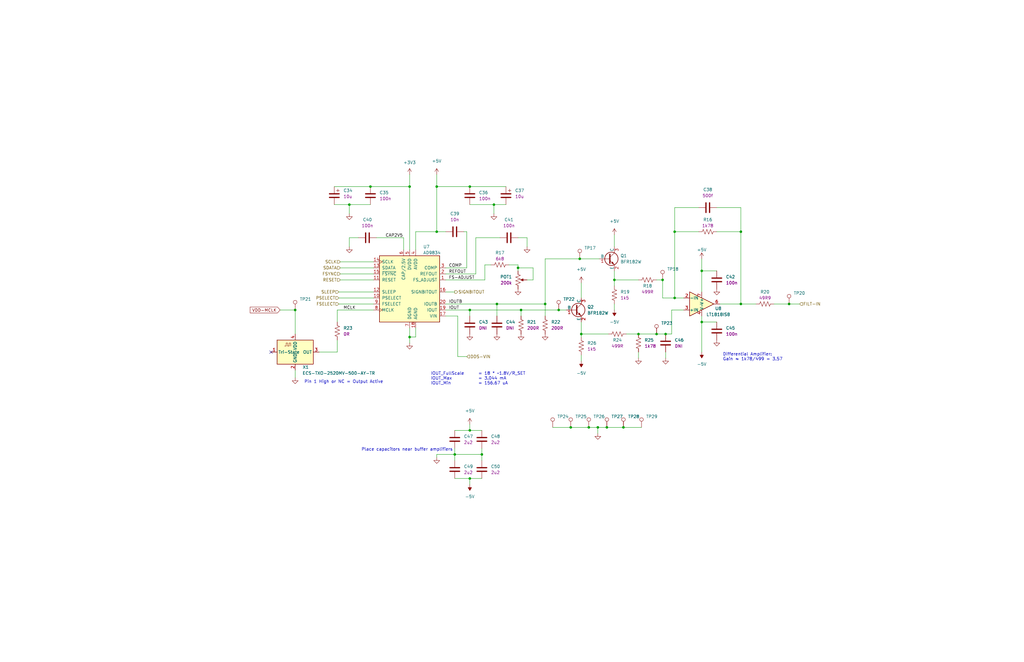
<source format=kicad_sch>
(kicad_sch (version 20211123) (generator eeschema)

  (uuid 28407d68-cc70-46a9-9503-10eb46cbd159)

  (paper "B")

  (lib_symbols
    (symbol "Connector:TestPoint" (pin_numbers hide) (pin_names (offset 0.762) hide) (in_bom yes) (on_board yes)
      (property "Reference" "TP" (id 0) (at 0 6.858 0)
        (effects (font (size 1.27 1.27)))
      )
      (property "Value" "TestPoint" (id 1) (at 0 5.08 0)
        (effects (font (size 1.27 1.27)))
      )
      (property "Footprint" "" (id 2) (at 5.08 0 0)
        (effects (font (size 1.27 1.27)) hide)
      )
      (property "Datasheet" "~" (id 3) (at 5.08 0 0)
        (effects (font (size 1.27 1.27)) hide)
      )
      (property "ki_keywords" "test point tp" (id 4) (at 0 0 0)
        (effects (font (size 1.27 1.27)) hide)
      )
      (property "ki_description" "test point" (id 5) (at 0 0 0)
        (effects (font (size 1.27 1.27)) hide)
      )
      (property "ki_fp_filters" "Pin* Test*" (id 6) (at 0 0 0)
        (effects (font (size 1.27 1.27)) hide)
      )
      (symbol "TestPoint_0_1"
        (circle (center 0 3.302) (radius 0.762)
          (stroke (width 0) (type default) (color 0 0 0 0))
          (fill (type none))
        )
      )
      (symbol "TestPoint_1_1"
        (pin passive line (at 0 0 90) (length 2.54)
          (name "1" (effects (font (size 1.27 1.27))))
          (number "1" (effects (font (size 1.27 1.27))))
        )
      )
    )
    (symbol "DDS_FunctionGenerator_Library:BFR182W" (pin_names (offset 0)) (in_bom yes) (on_board yes)
      (property "Reference" "Q" (id 0) (at 5.08 1.27 0)
        (effects (font (size 1.27 1.27)))
      )
      (property "Value" "BFR182W" (id 1) (at 8.89 3.81 0)
        (effects (font (size 1.27 1.27)))
      )
      (property "Footprint" "DDS_FunctionGenerator_Library:SOT323_BFR182W" (id 2) (at 0 13.97 0)
        (effects (font (size 1.27 1.27)) hide)
      )
      (property "Datasheet" "" (id 3) (at 0 0 0)
        (effects (font (size 1.27 1.27)) hide)
      )
      (property "Part_Number" "BFR182W" (id 4) (at 0 0 0)
        (effects (font (size 1.27 1.27)) hide)
      )
      (property "ki_keywords" "NPN, BJT" (id 5) (at 0 0 0)
        (effects (font (size 1.27 1.27)) hide)
      )
      (property "ki_description" "Low Noise NPN Transistor" (id 6) (at 0 0 0)
        (effects (font (size 1.27 1.27)) hide)
      )
      (symbol "BFR182W_0_1"
        (polyline
          (pts
            (xy -2.54 0)
            (xy -1.27 0)
          )
          (stroke (width 0) (type default) (color 0 0 0 0))
          (fill (type none))
        )
        (polyline
          (pts
            (xy -1.27 0)
            (xy -0.635 0)
          )
          (stroke (width 0) (type default) (color 0 0 0 0))
          (fill (type none))
        )
        (polyline
          (pts
            (xy -0.635 0.635)
            (xy 1.27 2.54)
          )
          (stroke (width 0) (type default) (color 0 0 0 0))
          (fill (type none))
        )
        (polyline
          (pts
            (xy 1.27 -2.54)
            (xy -0.635 -0.635)
          )
          (stroke (width 0) (type default) (color 0 0 0 0))
          (fill (type none))
        )
        (polyline
          (pts
            (xy -0.635 1.905)
            (xy -0.635 0)
            (xy -0.635 -1.905)
            (xy -0.635 -1.905)
          )
          (stroke (width 0.508) (type default) (color 0 0 0 0))
          (fill (type none))
        )
        (polyline
          (pts
            (xy 1.016 -2.286)
            (xy 0.508 -1.27)
            (xy 0 -1.778)
            (xy 1.016 -2.286)
            (xy 1.016 -2.286)
          )
          (stroke (width 0) (type default) (color 0 0 0 0))
          (fill (type outline))
        )
        (circle (center 0 0) (radius 2.8194)
          (stroke (width 0.254) (type default) (color 0 0 0 0))
          (fill (type none))
        )
      )
      (symbol "BFR182W_1_1"
        (pin input line (at -5.08 0 0) (length 2.54)
          (name "B" (effects (font (size 1.27 1.27))))
          (number "1" (effects (font (size 1.27 1.27))))
        )
        (pin passive line (at 1.27 -5.08 90) (length 2.54)
          (name "E" (effects (font (size 1.27 1.27))))
          (number "2" (effects (font (size 1.27 1.27))))
        )
        (pin passive line (at 1.27 5.08 270) (length 2.54)
          (name "C" (effects (font (size 1.27 1.27))))
          (number "3" (effects (font (size 1.27 1.27))))
        )
      )
    )
    (symbol "DDS_FunctionGenerator_Library:LT1818IS8" (pin_names (offset 0.002)) (in_bom yes) (on_board yes)
      (property "Reference" "U" (id 0) (at 5.08 6.35 0)
        (effects (font (size 1.27 1.27)) (justify left))
      )
      (property "Value" "LT1818IS8" (id 1) (at 5.08 3.81 0)
        (effects (font (size 1.27 1.27)) (justify left))
      )
      (property "Footprint" "DDS_FunctionGenerator_Library:S8_Package_LT1818" (id 2) (at 0 0 0)
        (effects (font (size 1.27 1.27)) hide)
      )
      (property "Datasheet" "" (id 3) (at 0 0 0)
        (effects (font (size 1.27 1.27)) hide)
      )
      (property "Part_Number" "LT1818IS8" (id 4) (at 0 0 0)
        (effects (font (size 1.27 1.27)) hide)
      )
      (symbol "LT1818IS8_0_1"
        (polyline
          (pts
            (xy -3.81 5.08)
            (xy 6.35 0)
            (xy -3.81 -5.08)
            (xy -3.81 5.08)
          )
          (stroke (width 0.254) (type default) (color 0 0 0 0))
          (fill (type background))
        )
      )
      (symbol "LT1818IS8_1_1"
        (pin no_connect line (at 10.16 -5.08 180) (length 2.54) hide
          (name "NC" (effects (font (size 1.27 1.27))))
          (number "1" (effects (font (size 1.27 1.27))))
        )
        (pin input line (at -6.35 2.54 0) (length 2.54)
          (name "-IN" (effects (font (size 1.27 1.27))))
          (number "2" (effects (font (size 1.27 1.27))))
        )
        (pin input line (at -6.35 -2.54 0) (length 2.54)
          (name "+IN" (effects (font (size 1.27 1.27))))
          (number "3" (effects (font (size 1.27 1.27))))
        )
        (pin power_in line (at 1.27 -5.08 90) (length 2.54)
          (name "V-" (effects (font (size 1.27 1.27))))
          (number "4" (effects (font (size 1.27 1.27))))
        )
        (pin no_connect line (at 10.16 -7.62 180) (length 2.54) hide
          (name "NC" (effects (font (size 1.27 1.27))))
          (number "5" (effects (font (size 1.27 1.27))))
        )
        (pin output line (at 8.89 0 180) (length 2.54)
          (name "" (effects (font (size 1.27 1.27))))
          (number "6" (effects (font (size 1.27 1.27))))
        )
        (pin power_in line (at 1.27 5.08 270) (length 2.54)
          (name "V+" (effects (font (size 1.27 1.27))))
          (number "7" (effects (font (size 1.27 1.27))))
        )
        (pin no_connect line (at 10.16 -10.16 180) (length 2.54) hide
          (name "NC" (effects (font (size 1.27 1.27))))
          (number "8" (effects (font (size 1.27 1.27))))
        )
      )
    )
    (symbol "DDS_FunctionGenerator_Library:PTN10-E200HB20" (pin_numbers hide) (pin_names hide) (in_bom yes) (on_board yes)
      (property "Reference" "POT" (id 0) (at 1.905 4.445 0)
        (effects (font (size 1.27 1.27)) (justify left))
      )
      (property "Value" "PTN10-E200HB20" (id 1) (at -11.43 3.81 0)
        (effects (font (size 1.27 1.27)) hide)
      )
      (property "Footprint" "DDS_FunctionGenerator_Library:PTN10-E200HB20" (id 2) (at 0 0 0)
        (effects (font (size 1.27 1.27)) hide)
      )
      (property "Datasheet" "" (id 3) (at 0 0 0)
        (effects (font (size 1.27 1.27)) hide)
      )
      (property "Part_Number" "PTN10-E200HB20" (id 4) (at 2.54 0 0)
        (effects (font (size 1.27 1.27)) hide)
      )
      (property "Comp_Value" "200k" (id 5) (at 1.905 2.54 0)
        (effects (font (size 1.27 1.27)) (justify left))
      )
      (property "ki_description" "POTENTIOMETER, 200k" (id 6) (at 0 0 0)
        (effects (font (size 1.27 1.27)) hide)
      )
      (symbol "PTN10-E200HB20_0_1"
        (polyline
          (pts
            (xy 1.016 0)
            (xy 2.159 0.508)
            (xy 2.159 -0.508)
            (xy 1.016 0)
          )
          (stroke (width 0) (type default) (color 0 0 0 0))
          (fill (type outline))
        )
        (polyline
          (pts
            (xy 0 2.286)
            (xy 1.016 1.905)
            (xy -1.016 1.143)
            (xy 1.016 0.381)
            (xy -1.016 -0.381)
            (xy 1.016 -1.143)
            (xy -1.016 -1.905)
            (xy 0 -2.286)
          )
          (stroke (width 0) (type default) (color 0 0 0 0))
          (fill (type none))
        )
      )
      (symbol "PTN10-E200HB20_1_1"
        (pin passive line (at 0 3.81 270) (length 1.524)
          (name "~" (effects (font (size 1.27 1.27))))
          (number "1" (effects (font (size 1.27 1.27))))
        )
        (pin passive line (at 0 -3.81 90) (length 1.524)
          (name "~" (effects (font (size 1.27 1.27))))
          (number "2" (effects (font (size 1.27 1.27))))
        )
        (pin passive line (at 3.81 0 180) (length 2.032)
          (name "~" (effects (font (size 1.27 1.27))))
          (number "3" (effects (font (size 1.27 1.27))))
        )
      )
    )
    (symbol "Interface:AD9834" (pin_names (offset 1.016)) (in_bom yes) (on_board yes)
      (property "Reference" "U" (id 0) (at -12.7 16.51 0)
        (effects (font (size 1.27 1.27)) (justify left))
      )
      (property "Value" "AD9834" (id 1) (at 5.334 16.51 0)
        (effects (font (size 1.27 1.27)) (justify left))
      )
      (property "Footprint" "Package_SO:TSSOP-20_4.4x6.5mm_P0.65mm" (id 2) (at 0 -17.78 0)
        (effects (font (size 1.27 1.27)) hide)
      )
      (property "Datasheet" "https://www.analog.com/static/imported-files/data_sheets/AD9834.pdf" (id 3) (at -76.2 0 0)
        (effects (font (size 1.27 1.27)) hide)
      )
      (property "ki_keywords" "Direct Digital Synthesizer DDS" (id 4) (at 0 0 0)
        (effects (font (size 1.27 1.27)) hide)
      )
      (property "ki_description" "10 bit 75 MHz Complete Direct Digital Synthesizer, 2.3V to 5.5V, 20mW, TSSOP-20" (id 5) (at 0 0 0)
        (effects (font (size 1.27 1.27)) hide)
      )
      (property "ki_fp_filters" "TSSOP*4.4x6.5mm*P0.65mm*" (id 6) (at 0 0 0)
        (effects (font (size 1.27 1.27)) hide)
      )
      (symbol "AD9834_0_1"
        (rectangle (start -12.7 15.24) (end 12.7 -12.7)
          (stroke (width 0.254) (type default) (color 0 0 0 0))
          (fill (type background))
        )
      )
      (symbol "AD9834_1_1"
        (pin passive line (at 15.24 5.08 180) (length 2.54)
          (name "FS_ADJUST" (effects (font (size 1.27 1.27))))
          (number "1" (effects (font (size 1.27 1.27))))
        )
        (pin input line (at -15.24 -2.54 0) (length 2.54)
          (name "PSELECT" (effects (font (size 1.27 1.27))))
          (number "10" (effects (font (size 1.27 1.27))))
        )
        (pin input line (at -15.24 5.08 0) (length 2.54)
          (name "RESET" (effects (font (size 1.27 1.27))))
          (number "11" (effects (font (size 1.27 1.27))))
        )
        (pin input line (at -15.24 0 0) (length 2.54)
          (name "SLEEP" (effects (font (size 1.27 1.27))))
          (number "12" (effects (font (size 1.27 1.27))))
        )
        (pin input line (at -15.24 10.16 0) (length 2.54)
          (name "SDATA" (effects (font (size 1.27 1.27))))
          (number "13" (effects (font (size 1.27 1.27))))
        )
        (pin input clock (at -15.24 12.7 0) (length 2.54)
          (name "SCLK" (effects (font (size 1.27 1.27))))
          (number "14" (effects (font (size 1.27 1.27))))
        )
        (pin input line (at -15.24 7.62 0) (length 2.54)
          (name "~{FSYNC}" (effects (font (size 1.27 1.27))))
          (number "15" (effects (font (size 1.27 1.27))))
        )
        (pin output line (at 15.24 0 180) (length 2.54)
          (name "SIGNBITOUT" (effects (font (size 1.27 1.27))))
          (number "16" (effects (font (size 1.27 1.27))))
        )
        (pin passive line (at 15.24 -10.16 180) (length 2.54)
          (name "VIN" (effects (font (size 1.27 1.27))))
          (number "17" (effects (font (size 1.27 1.27))))
        )
        (pin passive line (at 2.54 -15.24 90) (length 2.54)
          (name "AGND" (effects (font (size 1.27 1.27))))
          (number "18" (effects (font (size 1.27 1.27))))
        )
        (pin output line (at 15.24 -7.62 180) (length 2.54)
          (name "IOUT" (effects (font (size 1.27 1.27))))
          (number "19" (effects (font (size 1.27 1.27))))
        )
        (pin output line (at 15.24 7.62 180) (length 2.54)
          (name "REFOUT" (effects (font (size 1.27 1.27))))
          (number "2" (effects (font (size 1.27 1.27))))
        )
        (pin output line (at 15.24 -5.08 180) (length 2.54)
          (name "IOUTB" (effects (font (size 1.27 1.27))))
          (number "20" (effects (font (size 1.27 1.27))))
        )
        (pin passive line (at 15.24 10.16 180) (length 2.54)
          (name "COMP" (effects (font (size 1.27 1.27))))
          (number "3" (effects (font (size 1.27 1.27))))
        )
        (pin power_in line (at 2.54 17.78 270) (length 2.54)
          (name "AVDD" (effects (font (size 1.27 1.27))))
          (number "4" (effects (font (size 1.27 1.27))))
        )
        (pin passive line (at 0 17.78 270) (length 2.54)
          (name "DVDD" (effects (font (size 1.27 1.27))))
          (number "5" (effects (font (size 1.27 1.27))))
        )
        (pin passive line (at -2.54 17.78 270) (length 2.54)
          (name "CAP/2.5V" (effects (font (size 1.27 1.27))))
          (number "6" (effects (font (size 1.27 1.27))))
        )
        (pin passive line (at 0 -15.24 90) (length 2.54)
          (name "DGND" (effects (font (size 1.27 1.27))))
          (number "7" (effects (font (size 1.27 1.27))))
        )
        (pin input clock (at -15.24 -7.62 0) (length 2.54)
          (name "MCLK" (effects (font (size 1.27 1.27))))
          (number "8" (effects (font (size 1.27 1.27))))
        )
        (pin input line (at -15.24 -5.08 0) (length 2.54)
          (name "FSELECT" (effects (font (size 1.27 1.27))))
          (number "9" (effects (font (size 1.27 1.27))))
        )
      )
    )
    (symbol "Oscillator:ECS-2520MV-xxx-xx" (in_bom yes) (on_board yes)
      (property "Reference" "X" (id 0) (at -5.08 6.35 0)
        (effects (font (size 1.27 1.27)) (justify left))
      )
      (property "Value" "ECS-2520MV-xxx-xx" (id 1) (at 1.27 -6.35 0)
        (effects (font (size 1.27 1.27)) (justify left))
      )
      (property "Footprint" "Oscillator:Oscillator_SMD_ECS_2520MV-xxx-xx-4Pin_2.5x2.0mm" (id 2) (at 11.43 -8.89 0)
        (effects (font (size 1.27 1.27)) hide)
      )
      (property "Datasheet" "https://www.ecsxtal.com/store/pdf/ECS-2520MV.pdf" (id 3) (at -4.445 3.175 0)
        (effects (font (size 1.27 1.27)) hide)
      )
      (property "ki_keywords" "Crystal Clock Oscillator ECS SMD" (id 4) (at 0 0 0)
        (effects (font (size 1.27 1.27)) hide)
      )
      (property "ki_description" "HCMOS Crystal Clock Oscillator, 2.5x2.0 mm SMD" (id 5) (at 0 0 0)
        (effects (font (size 1.27 1.27)) hide)
      )
      (property "ki_fp_filters" "Oscillator*SMD*ECS*2520MV*2.5x2.0mm*" (id 6) (at 0 0 0)
        (effects (font (size 1.27 1.27)) hide)
      )
      (symbol "ECS-2520MV-xxx-xx_0_1"
        (rectangle (start -7.62 5.08) (end 7.62 -5.08)
          (stroke (width 0.254) (type default) (color 0 0 0 0))
          (fill (type background))
        )
        (polyline
          (pts
            (xy -4.445 2.54)
            (xy -3.81 2.54)
            (xy -3.81 3.81)
            (xy -3.175 3.81)
            (xy -3.175 2.54)
            (xy -2.54 2.54)
            (xy -2.54 3.81)
            (xy -1.905 3.81)
            (xy -1.905 2.54)
          )
          (stroke (width 0) (type default) (color 0 0 0 0))
          (fill (type none))
        )
      )
      (symbol "ECS-2520MV-xxx-xx_1_1"
        (pin input line (at -10.16 0 0) (length 2.54)
          (name "Tri-State" (effects (font (size 1.27 1.27))))
          (number "1" (effects (font (size 1.27 1.27))))
        )
        (pin passive line (at 0 -7.62 90) (length 2.54)
          (name "GND" (effects (font (size 1.27 1.27))))
          (number "2" (effects (font (size 1.27 1.27))))
        )
        (pin output line (at 10.16 0 180) (length 2.54)
          (name "OUT" (effects (font (size 1.27 1.27))))
          (number "3" (effects (font (size 1.27 1.27))))
        )
        (pin passive line (at 0 7.62 270) (length 2.54)
          (name "VDD" (effects (font (size 1.27 1.27))))
          (number "4" (effects (font (size 1.27 1.27))))
        )
      )
    )
    (symbol "SMD_Passives:CAP_0402" (pin_numbers hide) (pin_names hide) (in_bom yes) (on_board yes)
      (property "Reference" "C" (id 0) (at 3.81 3.175 0)
        (effects (font (size 1.27 1.27)))
      )
      (property "Value" "CAP_0402" (id 1) (at 7.62 5.08 0)
        (effects (font (size 1.27 1.27)) hide)
      )
      (property "Footprint" "SMD_Passives_Reflow:SMD_0402" (id 2) (at 0 0 0)
        (effects (font (size 1.27 1.27)) hide)
      )
      (property "Datasheet" "" (id 3) (at 0 0 0)
        (effects (font (size 1.27 1.27)) hide)
      )
      (property "Part_Number" "" (id 4) (at 0 0 0)
        (effects (font (size 1.27 1.27)) hide)
      )
      (property "Comp_Value" "C" (id 5) (at 3.81 1.27 0)
        (effects (font (size 1.27 1.27)))
      )
      (property "ki_description" "CAPACITOR, SMD, 0402" (id 6) (at 0 0 0)
        (effects (font (size 1.27 1.27)) hide)
      )
      (symbol "CAP_0402_0_1"
        (polyline
          (pts
            (xy -2.032 -0.762)
            (xy 2.032 -0.762)
          )
          (stroke (width 0.508) (type default) (color 0 0 0 0))
          (fill (type none))
        )
        (polyline
          (pts
            (xy -2.032 0.762)
            (xy 2.032 0.762)
          )
          (stroke (width 0.508) (type default) (color 0 0 0 0))
          (fill (type none))
        )
      )
      (symbol "CAP_0402_1_1"
        (pin passive line (at 0 3.81 270) (length 2.794)
          (name "~" (effects (font (size 1.27 1.27))))
          (number "1" (effects (font (size 1.27 1.27))))
        )
        (pin passive line (at 0 -3.81 90) (length 2.794)
          (name "~" (effects (font (size 1.27 1.27))))
          (number "2" (effects (font (size 1.27 1.27))))
        )
      )
    )
    (symbol "SMD_Passives:CAP_0603" (pin_numbers hide) (pin_names hide) (in_bom yes) (on_board yes)
      (property "Reference" "C" (id 0) (at 2.54 4.445 0)
        (effects (font (size 1.27 1.27)) (justify left))
      )
      (property "Value" "CAP_0603" (id 1) (at 2.54 6.35 0)
        (effects (font (size 1.27 1.27)) (justify left) hide)
      )
      (property "Footprint" "SMD_Passives_Reflow:SMD_0603" (id 2) (at 0 0 0)
        (effects (font (size 1.27 1.27)) hide)
      )
      (property "Datasheet" "" (id 3) (at 0 0 0)
        (effects (font (size 1.27 1.27)) hide)
      )
      (property "Part_Number" "" (id 4) (at 0 0 0)
        (effects (font (size 1.27 1.27)) hide)
      )
      (property "Comp_Value" "C" (id 5) (at 2.54 2.54 0)
        (effects (font (size 1.27 1.27)) (justify left))
      )
      (property "ki_description" "CAPACITOR, SMD, 0603" (id 6) (at 0 0 0)
        (effects (font (size 1.27 1.27)) hide)
      )
      (symbol "CAP_0603_0_1"
        (polyline
          (pts
            (xy -2.032 -0.762)
            (xy 2.032 -0.762)
          )
          (stroke (width 0.508) (type default) (color 0 0 0 0))
          (fill (type none))
        )
        (polyline
          (pts
            (xy -2.032 0.762)
            (xy 2.032 0.762)
          )
          (stroke (width 0.508) (type default) (color 0 0 0 0))
          (fill (type none))
        )
      )
      (symbol "CAP_0603_1_1"
        (pin passive line (at 0 3.81 270) (length 2.794)
          (name "~" (effects (font (size 1.27 1.27))))
          (number "1" (effects (font (size 1.27 1.27))))
        )
        (pin passive line (at 0 -3.81 90) (length 2.794)
          (name "~" (effects (font (size 1.27 1.27))))
          (number "2" (effects (font (size 1.27 1.27))))
        )
      )
    )
    (symbol "SMD_Passives:CAP_POL_0805" (pin_numbers hide) (pin_names hide) (in_bom yes) (on_board yes)
      (property "Reference" "C" (id 0) (at 3.81 3.81 0)
        (effects (font (size 1.27 1.27)))
      )
      (property "Value" "CAP_POL_0805" (id 1) (at 0.635 0 0)
        (effects (font (size 1.27 1.27)) hide)
      )
      (property "Footprint" "SMD_Passives_Reflow:SMD_POL_0805" (id 2) (at 0 0 0)
        (effects (font (size 1.27 1.27)) hide)
      )
      (property "Datasheet" "" (id 3) (at 0 0 0)
        (effects (font (size 1.27 1.27)) hide)
      )
      (property "Part_Number" "" (id 4) (at 0 0 0)
        (effects (font (size 1.27 1.27)) hide)
      )
      (property "Comp_Value" "C" (id 5) (at 3.81 1.905 0)
        (effects (font (size 1.27 1.27)))
      )
      (property "ki_description" "CAPACITOR, POLARIZED, SMD, 0805" (id 6) (at 0 0 0)
        (effects (font (size 1.27 1.27)) hide)
      )
      (symbol "CAP_POL_0805_0_1"
        (polyline
          (pts
            (xy -2.032 -0.762)
            (xy 2.032 -0.762)
          )
          (stroke (width 0.508) (type default) (color 0 0 0 0))
          (fill (type none))
        )
        (polyline
          (pts
            (xy -2.032 0.762)
            (xy 2.032 0.762)
          )
          (stroke (width 0.508) (type default) (color 0 0 0 0))
          (fill (type none))
        )
        (polyline
          (pts
            (xy 1.524 2.794)
            (xy 1.524 1.524)
          )
          (stroke (width 0) (type default) (color 0 0 0 0))
          (fill (type none))
        )
        (polyline
          (pts
            (xy 2.159 2.159)
            (xy 0.889 2.159)
          )
          (stroke (width 0) (type default) (color 0 0 0 0))
          (fill (type none))
        )
      )
      (symbol "CAP_POL_0805_1_1"
        (pin passive line (at 0 3.81 270) (length 2.794)
          (name "~" (effects (font (size 1.27 1.27))))
          (number "1" (effects (font (size 1.27 1.27))))
        )
        (pin passive line (at 0 -3.81 90) (length 2.794)
          (name "~" (effects (font (size 1.27 1.27))))
          (number "2" (effects (font (size 1.27 1.27))))
        )
      )
    )
    (symbol "SMD_Passives:RES_0603" (pin_numbers hide) (pin_names hide) (in_bom yes) (on_board yes)
      (property "Reference" "R" (id 0) (at 2.54 3.175 0)
        (effects (font (size 1.27 1.27)) (justify left))
      )
      (property "Value" "RES_0603" (id 1) (at 2.54 5.08 0)
        (effects (font (size 1.27 1.27)) (justify left) hide)
      )
      (property "Footprint" "SMD_Passives_Reflow:SMD_0603" (id 2) (at 0 0 0)
        (effects (font (size 1.27 1.27)) hide)
      )
      (property "Datasheet" "" (id 3) (at 0 0 0)
        (effects (font (size 1.27 1.27)) hide)
      )
      (property "Part_Number" "" (id 4) (at 0 0 0)
        (effects (font (size 1.27 1.27)) hide)
      )
      (property "Comp_Value" "R" (id 5) (at 2.54 1.27 0)
        (effects (font (size 1.27 1.27)) (justify left))
      )
      (property "ki_description" "RESISTOR, SMD, 0603" (id 6) (at 0 0 0)
        (effects (font (size 1.27 1.27)) hide)
      )
      (symbol "RES_0603_0_1"
        (polyline
          (pts
            (xy 0 2.286)
            (xy 1.016 1.905)
            (xy -1.016 1.143)
            (xy 1.016 0.381)
            (xy -1.016 -0.381)
            (xy 1.016 -1.143)
            (xy -1.016 -1.905)
            (xy 0 -2.286)
          )
          (stroke (width 0) (type default) (color 0 0 0 0))
          (fill (type none))
        )
      )
      (symbol "RES_0603_1_1"
        (pin passive line (at 0 3.81 270) (length 1.524)
          (name "~" (effects (font (size 1.27 1.27))))
          (number "1" (effects (font (size 1.27 1.27))))
        )
        (pin passive line (at 0 -3.81 90) (length 1.524)
          (name "~" (effects (font (size 1.27 1.27))))
          (number "2" (effects (font (size 1.27 1.27))))
        )
      )
    )
    (symbol "power:+3V3" (power) (pin_names (offset 0)) (in_bom yes) (on_board yes)
      (property "Reference" "#PWR" (id 0) (at 0 -3.81 0)
        (effects (font (size 1.27 1.27)) hide)
      )
      (property "Value" "+3V3" (id 1) (at 0 3.556 0)
        (effects (font (size 1.27 1.27)))
      )
      (property "Footprint" "" (id 2) (at 0 0 0)
        (effects (font (size 1.27 1.27)) hide)
      )
      (property "Datasheet" "" (id 3) (at 0 0 0)
        (effects (font (size 1.27 1.27)) hide)
      )
      (property "ki_keywords" "power-flag" (id 4) (at 0 0 0)
        (effects (font (size 1.27 1.27)) hide)
      )
      (property "ki_description" "Power symbol creates a global label with name \"+3V3\"" (id 5) (at 0 0 0)
        (effects (font (size 1.27 1.27)) hide)
      )
      (symbol "+3V3_0_1"
        (polyline
          (pts
            (xy -0.762 1.27)
            (xy 0 2.54)
          )
          (stroke (width 0) (type default) (color 0 0 0 0))
          (fill (type none))
        )
        (polyline
          (pts
            (xy 0 0)
            (xy 0 2.54)
          )
          (stroke (width 0) (type default) (color 0 0 0 0))
          (fill (type none))
        )
        (polyline
          (pts
            (xy 0 2.54)
            (xy 0.762 1.27)
          )
          (stroke (width 0) (type default) (color 0 0 0 0))
          (fill (type none))
        )
      )
      (symbol "+3V3_1_1"
        (pin power_in line (at 0 0 90) (length 0) hide
          (name "+3V3" (effects (font (size 1.27 1.27))))
          (number "1" (effects (font (size 1.27 1.27))))
        )
      )
    )
    (symbol "power:+5V" (power) (pin_names (offset 0)) (in_bom yes) (on_board yes)
      (property "Reference" "#PWR" (id 0) (at 0 -3.81 0)
        (effects (font (size 1.27 1.27)) hide)
      )
      (property "Value" "+5V" (id 1) (at 0 3.556 0)
        (effects (font (size 1.27 1.27)))
      )
      (property "Footprint" "" (id 2) (at 0 0 0)
        (effects (font (size 1.27 1.27)) hide)
      )
      (property "Datasheet" "" (id 3) (at 0 0 0)
        (effects (font (size 1.27 1.27)) hide)
      )
      (property "ki_keywords" "power-flag" (id 4) (at 0 0 0)
        (effects (font (size 1.27 1.27)) hide)
      )
      (property "ki_description" "Power symbol creates a global label with name \"+5V\"" (id 5) (at 0 0 0)
        (effects (font (size 1.27 1.27)) hide)
      )
      (symbol "+5V_0_1"
        (polyline
          (pts
            (xy -0.762 1.27)
            (xy 0 2.54)
          )
          (stroke (width 0) (type default) (color 0 0 0 0))
          (fill (type none))
        )
        (polyline
          (pts
            (xy 0 0)
            (xy 0 2.54)
          )
          (stroke (width 0) (type default) (color 0 0 0 0))
          (fill (type none))
        )
        (polyline
          (pts
            (xy 0 2.54)
            (xy 0.762 1.27)
          )
          (stroke (width 0) (type default) (color 0 0 0 0))
          (fill (type none))
        )
      )
      (symbol "+5V_1_1"
        (pin power_in line (at 0 0 90) (length 0) hide
          (name "+5V" (effects (font (size 1.27 1.27))))
          (number "1" (effects (font (size 1.27 1.27))))
        )
      )
    )
    (symbol "power:-5V" (power) (pin_names (offset 0)) (in_bom yes) (on_board yes)
      (property "Reference" "#PWR" (id 0) (at 0 2.54 0)
        (effects (font (size 1.27 1.27)) hide)
      )
      (property "Value" "-5V" (id 1) (at 0 3.81 0)
        (effects (font (size 1.27 1.27)))
      )
      (property "Footprint" "" (id 2) (at 0 0 0)
        (effects (font (size 1.27 1.27)) hide)
      )
      (property "Datasheet" "" (id 3) (at 0 0 0)
        (effects (font (size 1.27 1.27)) hide)
      )
      (property "ki_keywords" "power-flag" (id 4) (at 0 0 0)
        (effects (font (size 1.27 1.27)) hide)
      )
      (property "ki_description" "Power symbol creates a global label with name \"-5V\"" (id 5) (at 0 0 0)
        (effects (font (size 1.27 1.27)) hide)
      )
      (symbol "-5V_0_0"
        (pin power_in line (at 0 0 90) (length 0) hide
          (name "-5V" (effects (font (size 1.27 1.27))))
          (number "1" (effects (font (size 1.27 1.27))))
        )
      )
      (symbol "-5V_0_1"
        (polyline
          (pts
            (xy 0 0)
            (xy 0 1.27)
            (xy 0.762 1.27)
            (xy 0 2.54)
            (xy -0.762 1.27)
            (xy 0 1.27)
          )
          (stroke (width 0) (type default) (color 0 0 0 0))
          (fill (type outline))
        )
      )
    )
    (symbol "power:GND" (power) (pin_names (offset 0)) (in_bom yes) (on_board yes)
      (property "Reference" "#PWR" (id 0) (at 0 -6.35 0)
        (effects (font (size 1.27 1.27)) hide)
      )
      (property "Value" "GND" (id 1) (at 0 -3.81 0)
        (effects (font (size 1.27 1.27)))
      )
      (property "Footprint" "" (id 2) (at 0 0 0)
        (effects (font (size 1.27 1.27)) hide)
      )
      (property "Datasheet" "" (id 3) (at 0 0 0)
        (effects (font (size 1.27 1.27)) hide)
      )
      (property "ki_keywords" "power-flag" (id 4) (at 0 0 0)
        (effects (font (size 1.27 1.27)) hide)
      )
      (property "ki_description" "Power symbol creates a global label with name \"GND\" , ground" (id 5) (at 0 0 0)
        (effects (font (size 1.27 1.27)) hide)
      )
      (symbol "GND_0_1"
        (polyline
          (pts
            (xy 0 0)
            (xy 0 -1.27)
            (xy 1.27 -1.27)
            (xy 0 -2.54)
            (xy -1.27 -1.27)
            (xy 0 -1.27)
          )
          (stroke (width 0) (type default) (color 0 0 0 0))
          (fill (type none))
        )
      )
      (symbol "GND_1_1"
        (pin power_in line (at 0 0 270) (length 0) hide
          (name "GND" (effects (font (size 1.27 1.27))))
          (number "1" (effects (font (size 1.27 1.27))))
        )
      )
    )
  )

  (junction (at 184.15 78.74) (diameter 0) (color 0 0 0 0)
    (uuid 0974a35c-9ac1-43f1-8d0b-4431c4896e21)
  )
  (junction (at 312.42 97.79) (diameter 0) (color 0 0 0 0)
    (uuid 2351b49a-2bce-4a49-bdb0-6e4c0c304a41)
  )
  (junction (at 245.11 140.97) (diameter 0) (color 0 0 0 0)
    (uuid 23f4c38f-db1b-430a-8f5b-b6edcf5e976a)
  )
  (junction (at 332.74 128.27) (diameter 0) (color 0 0 0 0)
    (uuid 3061965d-3d29-4a64-b541-93b48a10e16d)
  )
  (junction (at 198.12 201.93) (diameter 0) (color 0 0 0 0)
    (uuid 326264f4-2827-4ed5-84a5-690bdde43f2b)
  )
  (junction (at 191.77 191.77) (diameter 0) (color 0 0 0 0)
    (uuid 36067acd-0981-484a-a688-41408e002f3c)
  )
  (junction (at 284.48 125.73) (diameter 0) (color 0 0 0 0)
    (uuid 3b1b996d-d7a0-4ceb-97ba-03795323472a)
  )
  (junction (at 209.55 128.27) (diameter 0) (color 0 0 0 0)
    (uuid 44a138f6-c7c9-445d-9a3c-5c2e652d7666)
  )
  (junction (at 198.12 78.74) (diameter 0) (color 0 0 0 0)
    (uuid 45262efe-03a5-4887-b33f-e94cd6b3212f)
  )
  (junction (at 147.32 86.36) (diameter 0) (color 0 0 0 0)
    (uuid 47718f11-ac88-4999-a2a2-00e32f526ae5)
  )
  (junction (at 280.67 140.97) (diameter 0) (color 0 0 0 0)
    (uuid 4ac9e3e5-2cb6-4315-9893-e96befa3ceae)
  )
  (junction (at 198.12 130.81) (diameter 0) (color 0 0 0 0)
    (uuid 511cccea-aed8-4ed0-a751-2060ade4d6db)
  )
  (junction (at 229.87 128.27) (diameter 0) (color 0 0 0 0)
    (uuid 51a568b3-6358-4aab-8448-7d186e52544d)
  )
  (junction (at 295.91 135.89) (diameter 0) (color 0 0 0 0)
    (uuid 52ecbaa9-4387-4d42-a73d-051b31c5861e)
  )
  (junction (at 124.46 130.81) (diameter 0) (color 0 0 0 0)
    (uuid 5aa360ae-9404-4e96-a6e3-de21b92e4cf9)
  )
  (junction (at 284.48 97.79) (diameter 0) (color 0 0 0 0)
    (uuid 5cf235f5-1a4f-49ed-ac47-df08103bc068)
  )
  (junction (at 252.095 180.34) (diameter 0) (color 0 0 0 0)
    (uuid 5e8202be-8dad-47eb-af30-3db074a1d7f7)
  )
  (junction (at 172.72 142.24) (diameter 0) (color 0 0 0 0)
    (uuid 63e54e34-8d57-4500-be00-00018bd94f30)
  )
  (junction (at 203.2 191.77) (diameter 0) (color 0 0 0 0)
    (uuid 66d02a50-b905-4160-9e1d-2a00572fa678)
  )
  (junction (at 262.89 180.34) (diameter 0) (color 0 0 0 0)
    (uuid 66ee5196-9873-4d49-ad7c-6a2cf04186ff)
  )
  (junction (at 248.285 180.34) (diameter 0) (color 0 0 0 0)
    (uuid 79216347-d11f-4a4d-b747-46f9168d1083)
  )
  (junction (at 240.665 180.34) (diameter 0) (color 0 0 0 0)
    (uuid 8280556d-e7c3-4eea-b7ce-c06a1db9e567)
  )
  (junction (at 255.905 180.34) (diameter 0) (color 0 0 0 0)
    (uuid 86ad0b7a-e70c-41db-9280-3ffceed19303)
  )
  (junction (at 276.86 140.97) (diameter 0) (color 0 0 0 0)
    (uuid 8ea55982-60b9-43f5-aff9-f2f504add7e8)
  )
  (junction (at 172.72 78.74) (diameter 0) (color 0 0 0 0)
    (uuid 8f2918f7-67c4-409f-9c26-4e90f85bde33)
  )
  (junction (at 198.12 181.61) (diameter 0) (color 0 0 0 0)
    (uuid 9eb08ca5-1fda-46eb-84cd-31ae948b1610)
  )
  (junction (at 235.585 130.81) (diameter 0) (color 0 0 0 0)
    (uuid b34cefda-23ed-40a8-a0cb-e79eb5d3c76b)
  )
  (junction (at 219.71 130.81) (diameter 0) (color 0 0 0 0)
    (uuid bf6af4e0-b244-4480-833a-3041ff982aec)
  )
  (junction (at 279.4 118.11) (diameter 0) (color 0 0 0 0)
    (uuid bf77fa81-c987-4dc9-bfb4-fb354a901557)
  )
  (junction (at 244.475 109.22) (diameter 0) (color 0 0 0 0)
    (uuid c07efd5d-6697-4a7b-ad66-ef952f54bb8f)
  )
  (junction (at 208.28 86.36) (diameter 0) (color 0 0 0 0)
    (uuid c77063f5-ffe3-4cb0-990a-a319e69ef00a)
  )
  (junction (at 184.15 97.79) (diameter 0) (color 0 0 0 0)
    (uuid d1a96158-668e-46ad-ad20-773cc8a29eb6)
  )
  (junction (at 295.91 114.3) (diameter 0) (color 0 0 0 0)
    (uuid d6192401-c1bc-4fbe-82f1-8a69a6629e57)
  )
  (junction (at 269.24 140.97) (diameter 0) (color 0 0 0 0)
    (uuid d84488f3-14aa-4d49-8845-9522d1b454d6)
  )
  (junction (at 259.08 118.11) (diameter 0) (color 0 0 0 0)
    (uuid ea0ca639-430e-4de8-8457-9f605637122d)
  )
  (junction (at 312.42 128.27) (diameter 0) (color 0 0 0 0)
    (uuid eade15ee-fc80-471f-94e7-c4e483bd7602)
  )
  (junction (at 156.21 78.74) (diameter 0) (color 0 0 0 0)
    (uuid f2fb6ff1-61c4-45ea-9100-0388b011632c)
  )
  (junction (at 218.44 113.03) (diameter 0) (color 0 0 0 0)
    (uuid fb78403c-4c70-4d4e-8398-58849880784d)
  )

  (no_connect (at 114.3 148.59) (uuid 824f5b47-da66-4da0-a50d-74931e522bc7))

  (wire (pts (xy 142.875 123.19) (xy 157.48 123.19))
    (stroke (width 0) (type default) (color 0 0 0 0))
    (uuid 00e6e365-fcf4-40b7-aa60-9de6f147fb13)
  )
  (wire (pts (xy 147.32 100.33) (xy 147.32 104.14))
    (stroke (width 0) (type default) (color 0 0 0 0))
    (uuid 01919296-bdf7-4c77-9ab7-45eae088bf2a)
  )
  (wire (pts (xy 312.42 87.63) (xy 312.42 97.79))
    (stroke (width 0) (type default) (color 0 0 0 0))
    (uuid 01e54078-cb01-4bf4-8398-65138b5a084f)
  )
  (wire (pts (xy 203.2 191.77) (xy 203.2 194.31))
    (stroke (width 0) (type default) (color 0 0 0 0))
    (uuid 04b2883b-da51-431b-94f5-3f84f0b2f50d)
  )
  (wire (pts (xy 259.08 118.11) (xy 259.08 120.65))
    (stroke (width 0) (type default) (color 0 0 0 0))
    (uuid 0b8d7260-b782-4535-813a-2d342c299d0b)
  )
  (wire (pts (xy 142.24 130.81) (xy 142.24 135.89))
    (stroke (width 0) (type default) (color 0 0 0 0))
    (uuid 0bde1de8-a92a-430e-811f-8772aa54c0bc)
  )
  (wire (pts (xy 193.04 133.35) (xy 193.04 150.495))
    (stroke (width 0) (type default) (color 0 0 0 0))
    (uuid 0d9b7d37-3dae-4b3a-b9e5-5f4257fe64e8)
  )
  (wire (pts (xy 218.44 111.76) (xy 218.44 113.03))
    (stroke (width 0) (type default) (color 0 0 0 0))
    (uuid 0df2bdb8-ef04-4cad-b34c-95450e6aa612)
  )
  (wire (pts (xy 295.91 135.89) (xy 302.26 135.89))
    (stroke (width 0) (type default) (color 0 0 0 0))
    (uuid 0e6a8f91-f1de-41e8-be60-6dc662715fde)
  )
  (wire (pts (xy 259.08 114.3) (xy 259.08 118.11))
    (stroke (width 0) (type default) (color 0 0 0 0))
    (uuid 0fc72d1f-e332-4025-a9ea-8307aa1e7e45)
  )
  (wire (pts (xy 280.67 140.97) (xy 283.21 140.97))
    (stroke (width 0) (type default) (color 0 0 0 0))
    (uuid 1191a293-db54-402d-a4c9-dd8b2a292559)
  )
  (wire (pts (xy 224.79 118.11) (xy 224.79 113.03))
    (stroke (width 0) (type default) (color 0 0 0 0))
    (uuid 13868d92-1125-49f8-99c8-c413f4c24b06)
  )
  (wire (pts (xy 175.26 142.24) (xy 172.72 142.24))
    (stroke (width 0) (type default) (color 0 0 0 0))
    (uuid 138af12f-353a-4c91-96ce-6a927eaf24b3)
  )
  (wire (pts (xy 142.24 143.51) (xy 142.24 148.59))
    (stroke (width 0) (type default) (color 0 0 0 0))
    (uuid 1396c6b0-e550-4473-a31f-49c39362edbc)
  )
  (wire (pts (xy 209.55 128.27) (xy 229.87 128.27))
    (stroke (width 0) (type default) (color 0 0 0 0))
    (uuid 16ab0145-79fb-4b79-bae0-93404f9e3501)
  )
  (wire (pts (xy 204.47 111.76) (xy 207.01 111.76))
    (stroke (width 0) (type default) (color 0 0 0 0))
    (uuid 1a6660a5-9afd-4555-97a2-6a97ac977892)
  )
  (wire (pts (xy 295.91 114.3) (xy 295.91 123.19))
    (stroke (width 0) (type default) (color 0 0 0 0))
    (uuid 1af677e1-de53-4417-908b-282d93e04fed)
  )
  (wire (pts (xy 288.29 130.81) (xy 283.21 130.81))
    (stroke (width 0) (type default) (color 0 0 0 0))
    (uuid 1b9436a9-6885-4ecf-9884-b82262bd8f54)
  )
  (wire (pts (xy 158.75 100.33) (xy 170.18 100.33))
    (stroke (width 0) (type default) (color 0 0 0 0))
    (uuid 1f08830c-783d-4da1-a261-0a585c431c64)
  )
  (wire (pts (xy 295.91 114.3) (xy 302.26 114.3))
    (stroke (width 0) (type default) (color 0 0 0 0))
    (uuid 226123d9-08b4-44c5-803c-bb26460b905d)
  )
  (wire (pts (xy 142.875 128.27) (xy 157.48 128.27))
    (stroke (width 0) (type default) (color 0 0 0 0))
    (uuid 23a1896f-06ec-40be-af12-0b9778d0c35b)
  )
  (wire (pts (xy 200.66 100.33) (xy 210.82 100.33))
    (stroke (width 0) (type default) (color 0 0 0 0))
    (uuid 248b2c4d-a5f8-44bf-9052-e6b129df907d)
  )
  (wire (pts (xy 303.53 128.27) (xy 312.42 128.27))
    (stroke (width 0) (type default) (color 0 0 0 0))
    (uuid 266994ee-6a6e-47cd-8cab-17c3fe272476)
  )
  (wire (pts (xy 279.4 118.11) (xy 279.4 125.73))
    (stroke (width 0) (type default) (color 0 0 0 0))
    (uuid 2bc19199-57a4-47db-9f66-c7f78ce91f5a)
  )
  (wire (pts (xy 248.285 180.34) (xy 252.095 180.34))
    (stroke (width 0) (type default) (color 0 0 0 0))
    (uuid 2c7d2a79-51c6-44ff-8185-15d0c8be1f32)
  )
  (wire (pts (xy 284.48 125.73) (xy 284.48 97.79))
    (stroke (width 0) (type default) (color 0 0 0 0))
    (uuid 2d56ac9e-fb66-46a7-8196-b79c37c9a9a5)
  )
  (wire (pts (xy 279.4 125.73) (xy 284.48 125.73))
    (stroke (width 0) (type default) (color 0 0 0 0))
    (uuid 302169a1-c057-4c6d-8e71-8eb1af7897b9)
  )
  (wire (pts (xy 295.91 135.89) (xy 295.91 148.59))
    (stroke (width 0) (type default) (color 0 0 0 0))
    (uuid 3098ae10-9409-457d-b6ee-279455b8ab05)
  )
  (wire (pts (xy 218.44 113.03) (xy 218.44 114.3))
    (stroke (width 0) (type default) (color 0 0 0 0))
    (uuid 31f9e282-3a79-4397-8861-0dcf09e1dc1d)
  )
  (wire (pts (xy 302.26 97.79) (xy 312.42 97.79))
    (stroke (width 0) (type default) (color 0 0 0 0))
    (uuid 324b5a3f-c5a0-4c33-9cfc-c5c080af73ad)
  )
  (wire (pts (xy 264.16 140.97) (xy 269.24 140.97))
    (stroke (width 0) (type default) (color 0 0 0 0))
    (uuid 32d46996-a798-4755-879e-8aad9be18171)
  )
  (wire (pts (xy 198.12 181.61) (xy 203.2 181.61))
    (stroke (width 0) (type default) (color 0 0 0 0))
    (uuid 353d472a-4cbe-49d1-8b9e-b9d73f208336)
  )
  (wire (pts (xy 198.12 201.93) (xy 203.2 201.93))
    (stroke (width 0) (type default) (color 0 0 0 0))
    (uuid 36dd74ad-f943-4b9e-a062-eeb9a95af34e)
  )
  (wire (pts (xy 198.12 86.36) (xy 208.28 86.36))
    (stroke (width 0) (type default) (color 0 0 0 0))
    (uuid 38eac3de-8edf-4938-8e88-7d87de47be7d)
  )
  (wire (pts (xy 198.12 130.81) (xy 198.12 133.35))
    (stroke (width 0) (type default) (color 0 0 0 0))
    (uuid 3ccf9e69-24e5-41fc-bae9-977de972fa70)
  )
  (wire (pts (xy 312.42 128.27) (xy 318.77 128.27))
    (stroke (width 0) (type default) (color 0 0 0 0))
    (uuid 3e379c72-d49b-4799-a6bc-b628f730f575)
  )
  (wire (pts (xy 219.71 130.81) (xy 219.71 133.35))
    (stroke (width 0) (type default) (color 0 0 0 0))
    (uuid 3ee2a9ab-a31d-47fb-a775-f20c38b1eb4f)
  )
  (wire (pts (xy 284.48 97.79) (xy 284.48 87.63))
    (stroke (width 0) (type default) (color 0 0 0 0))
    (uuid 3f9e3b36-8d63-4dde-86ad-3bc836918d6b)
  )
  (wire (pts (xy 184.15 78.74) (xy 198.12 78.74))
    (stroke (width 0) (type default) (color 0 0 0 0))
    (uuid 40d6191b-077e-4f69-99f5-ededfc135b0b)
  )
  (wire (pts (xy 269.24 148.59) (xy 269.24 151.13))
    (stroke (width 0) (type default) (color 0 0 0 0))
    (uuid 41429416-4c1b-4164-9529-b7ccde4e1883)
  )
  (wire (pts (xy 151.13 100.33) (xy 147.32 100.33))
    (stroke (width 0) (type default) (color 0 0 0 0))
    (uuid 436b799d-6c45-4e2f-ad3b-c4ea93fd510a)
  )
  (wire (pts (xy 184.15 193.04) (xy 184.15 191.77))
    (stroke (width 0) (type default) (color 0 0 0 0))
    (uuid 4a6cdfdb-086f-4b41-911b-8f63b09cc449)
  )
  (wire (pts (xy 140.97 78.74) (xy 156.21 78.74))
    (stroke (width 0) (type default) (color 0 0 0 0))
    (uuid 4c0fb0a3-df87-4419-8c2b-1c602b811e42)
  )
  (wire (pts (xy 222.25 100.33) (xy 222.25 104.14))
    (stroke (width 0) (type default) (color 0 0 0 0))
    (uuid 4c269e61-041e-4db1-9569-afca55e7d8ba)
  )
  (wire (pts (xy 172.72 78.74) (xy 172.72 105.41))
    (stroke (width 0) (type default) (color 0 0 0 0))
    (uuid 4fd078a6-b6cb-499a-bbe6-b4d52442f379)
  )
  (wire (pts (xy 142.24 130.81) (xy 157.48 130.81))
    (stroke (width 0) (type default) (color 0 0 0 0))
    (uuid 522de73c-02a9-4b02-bd0f-51adf7ebe1cd)
  )
  (wire (pts (xy 222.25 118.11) (xy 224.79 118.11))
    (stroke (width 0) (type default) (color 0 0 0 0))
    (uuid 5a186b15-79d1-4db4-9662-a4029fe2a67f)
  )
  (wire (pts (xy 214.63 111.76) (xy 218.44 111.76))
    (stroke (width 0) (type default) (color 0 0 0 0))
    (uuid 5f3253b4-8a89-4a27-bf99-ad1b43ca9a71)
  )
  (wire (pts (xy 229.87 128.27) (xy 229.87 133.35))
    (stroke (width 0) (type default) (color 0 0 0 0))
    (uuid 62b357db-32db-4c3f-8a45-e3852c3bb104)
  )
  (wire (pts (xy 276.86 118.11) (xy 279.4 118.11))
    (stroke (width 0) (type default) (color 0 0 0 0))
    (uuid 654bab17-1713-468e-b6ad-06e54c4b2f85)
  )
  (wire (pts (xy 175.26 138.43) (xy 175.26 142.24))
    (stroke (width 0) (type default) (color 0 0 0 0))
    (uuid 6768563c-7629-4b28-a4ac-c0226bc85281)
  )
  (wire (pts (xy 184.15 97.79) (xy 175.26 97.79))
    (stroke (width 0) (type default) (color 0 0 0 0))
    (uuid 6778a6d7-2aa4-4861-85bc-2953a423ff6d)
  )
  (wire (pts (xy 193.04 150.495) (xy 196.85 150.495))
    (stroke (width 0) (type default) (color 0 0 0 0))
    (uuid 6845ac96-0dfa-42ca-923a-d140ca283df6)
  )
  (wire (pts (xy 187.96 113.03) (xy 196.85 113.03))
    (stroke (width 0) (type default) (color 0 0 0 0))
    (uuid 6ca776f0-d3f0-4358-b25a-e51deff06107)
  )
  (wire (pts (xy 187.96 123.19) (xy 191.77 123.19))
    (stroke (width 0) (type default) (color 0 0 0 0))
    (uuid 6dbeed12-786b-4d7f-9d56-49c0e7a9af9b)
  )
  (wire (pts (xy 252.095 180.34) (xy 255.905 180.34))
    (stroke (width 0) (type default) (color 0 0 0 0))
    (uuid 6e8bd997-45c9-4811-9849-ab5bcdbdb51b)
  )
  (wire (pts (xy 209.55 128.27) (xy 209.55 133.35))
    (stroke (width 0) (type default) (color 0 0 0 0))
    (uuid 704cfee9-a4f2-4459-af6b-13d400d825c5)
  )
  (wire (pts (xy 191.77 189.23) (xy 191.77 191.77))
    (stroke (width 0) (type default) (color 0 0 0 0))
    (uuid 70bd970c-5177-420f-b94f-de73fbfcd741)
  )
  (wire (pts (xy 240.665 180.34) (xy 248.285 180.34))
    (stroke (width 0) (type default) (color 0 0 0 0))
    (uuid 74d58927-9a56-4948-9ac0-bc89fd9c6043)
  )
  (wire (pts (xy 184.15 191.77) (xy 191.77 191.77))
    (stroke (width 0) (type default) (color 0 0 0 0))
    (uuid 74ebd689-e678-465a-a71b-4d561a448591)
  )
  (wire (pts (xy 283.21 130.81) (xy 283.21 140.97))
    (stroke (width 0) (type default) (color 0 0 0 0))
    (uuid 76baaaa8-1dea-4ea0-8f67-1138f0eb243f)
  )
  (wire (pts (xy 295.91 133.35) (xy 295.91 135.89))
    (stroke (width 0) (type default) (color 0 0 0 0))
    (uuid 76c27b09-0af0-4815-a9b7-b0ced0a4c877)
  )
  (wire (pts (xy 195.58 97.79) (xy 196.85 97.79))
    (stroke (width 0) (type default) (color 0 0 0 0))
    (uuid 772ecefd-fbf7-4e3b-bb77-92f05401a1d5)
  )
  (wire (pts (xy 224.79 113.03) (xy 218.44 113.03))
    (stroke (width 0) (type default) (color 0 0 0 0))
    (uuid 7927603f-7a85-4e76-83f5-8747ecea6a64)
  )
  (wire (pts (xy 245.11 152.4) (xy 245.11 149.86))
    (stroke (width 0) (type default) (color 0 0 0 0))
    (uuid 7b610c1c-6cb2-42fe-bd1d-71670859f27e)
  )
  (wire (pts (xy 124.46 130.81) (xy 118.11 130.81))
    (stroke (width 0) (type default) (color 0 0 0 0))
    (uuid 8055d2f1-9dbf-4933-99f5-ddb913f5aea2)
  )
  (wire (pts (xy 156.21 78.74) (xy 172.72 78.74))
    (stroke (width 0) (type default) (color 0 0 0 0))
    (uuid 80d59ba4-c18e-473c-84bc-ae549fb7d503)
  )
  (wire (pts (xy 191.77 191.77) (xy 191.77 194.31))
    (stroke (width 0) (type default) (color 0 0 0 0))
    (uuid 83e2672b-965e-444e-8b2e-e1343f123a4d)
  )
  (wire (pts (xy 326.39 128.27) (xy 332.74 128.27))
    (stroke (width 0) (type default) (color 0 0 0 0))
    (uuid 8444fcc2-8873-4f6e-b553-216594110475)
  )
  (wire (pts (xy 143.51 113.03) (xy 157.48 113.03))
    (stroke (width 0) (type default) (color 0 0 0 0))
    (uuid 84fe8242-1897-4b66-aa8b-5425c4ff6223)
  )
  (wire (pts (xy 124.46 140.97) (xy 124.46 130.81))
    (stroke (width 0) (type default) (color 0 0 0 0))
    (uuid 873354e7-84df-4c6f-95d8-312dd9a4bda8)
  )
  (wire (pts (xy 255.905 180.34) (xy 262.89 180.34))
    (stroke (width 0) (type default) (color 0 0 0 0))
    (uuid 8763580a-5b29-4be7-866c-0e09294686f8)
  )
  (wire (pts (xy 124.46 156.21) (xy 124.46 159.385))
    (stroke (width 0) (type default) (color 0 0 0 0))
    (uuid 87ccc960-5668-4a8f-ba22-917566546964)
  )
  (wire (pts (xy 218.44 100.33) (xy 222.25 100.33))
    (stroke (width 0) (type default) (color 0 0 0 0))
    (uuid 87e481d0-d3c1-4384-ae34-28f4832e3291)
  )
  (wire (pts (xy 208.28 86.36) (xy 208.28 90.17))
    (stroke (width 0) (type default) (color 0 0 0 0))
    (uuid 8a3779f8-bce4-4f64-ab64-3f471aac0998)
  )
  (wire (pts (xy 302.26 87.63) (xy 312.42 87.63))
    (stroke (width 0) (type default) (color 0 0 0 0))
    (uuid 8a79967c-9006-4833-a5c0-8e067cf430c9)
  )
  (wire (pts (xy 295.91 109.22) (xy 295.91 114.3))
    (stroke (width 0) (type default) (color 0 0 0 0))
    (uuid 916797d9-b7b3-4ef7-bdb4-3d6b2ac90d92)
  )
  (wire (pts (xy 235.585 130.81) (xy 238.76 130.81))
    (stroke (width 0) (type default) (color 0 0 0 0))
    (uuid 9189d639-4f17-4540-acd5-5f5e128146ec)
  )
  (wire (pts (xy 200.66 115.57) (xy 200.66 100.33))
    (stroke (width 0) (type default) (color 0 0 0 0))
    (uuid 92510cac-a61c-4e64-b8ea-d37221be3a92)
  )
  (wire (pts (xy 143.51 110.49) (xy 157.48 110.49))
    (stroke (width 0) (type default) (color 0 0 0 0))
    (uuid 9399fa0c-72fd-4fef-86e9-3f3c26707da3)
  )
  (wire (pts (xy 191.77 181.61) (xy 198.12 181.61))
    (stroke (width 0) (type default) (color 0 0 0 0))
    (uuid 9499310f-93db-4bef-b94f-9011acd12a3a)
  )
  (wire (pts (xy 276.86 140.97) (xy 280.67 140.97))
    (stroke (width 0) (type default) (color 0 0 0 0))
    (uuid 969fd137-c8d8-47ad-853f-6dc1a2b8f9ca)
  )
  (wire (pts (xy 245.11 135.89) (xy 245.11 140.97))
    (stroke (width 0) (type default) (color 0 0 0 0))
    (uuid a044bde3-28c0-40fe-b0c1-d569220dc68b)
  )
  (wire (pts (xy 196.85 97.79) (xy 196.85 113.03))
    (stroke (width 0) (type default) (color 0 0 0 0))
    (uuid a098df5c-cae9-47ad-96f2-e7d632d05ca3)
  )
  (wire (pts (xy 184.15 73.66) (xy 184.15 78.74))
    (stroke (width 0) (type default) (color 0 0 0 0))
    (uuid a195ed94-3163-49ed-95e0-e1c107f89141)
  )
  (wire (pts (xy 140.97 86.36) (xy 147.32 86.36))
    (stroke (width 0) (type default) (color 0 0 0 0))
    (uuid a2ddfa8e-f69e-4a39-9a18-c646752a59bf)
  )
  (wire (pts (xy 229.87 128.27) (xy 229.87 109.22))
    (stroke (width 0) (type default) (color 0 0 0 0))
    (uuid a3c96052-eea8-4da8-8d5f-b3fdc2cdd5db)
  )
  (wire (pts (xy 172.72 73.66) (xy 172.72 78.74))
    (stroke (width 0) (type default) (color 0 0 0 0))
    (uuid a6c37161-64da-4dd6-9fe0-b966fb2ede2f)
  )
  (wire (pts (xy 191.77 191.77) (xy 203.2 191.77))
    (stroke (width 0) (type default) (color 0 0 0 0))
    (uuid abc9c09d-a29e-4530-b64d-eace8959ec2c)
  )
  (wire (pts (xy 284.48 125.73) (xy 288.29 125.73))
    (stroke (width 0) (type default) (color 0 0 0 0))
    (uuid acca699f-657c-4887-b882-1d4937f63f1b)
  )
  (wire (pts (xy 332.74 128.27) (xy 337.185 128.27))
    (stroke (width 0) (type default) (color 0 0 0 0))
    (uuid ae054477-d1c9-4c28-a44c-bf1be9938fcb)
  )
  (wire (pts (xy 170.18 100.33) (xy 170.18 105.41))
    (stroke (width 0) (type default) (color 0 0 0 0))
    (uuid b90baf0a-3575-4055-a275-ef676229655f)
  )
  (wire (pts (xy 262.89 180.34) (xy 270.51 180.34))
    (stroke (width 0) (type default) (color 0 0 0 0))
    (uuid bc651cc2-baf4-494b-99ee-a63b29041c32)
  )
  (wire (pts (xy 269.24 140.97) (xy 276.86 140.97))
    (stroke (width 0) (type default) (color 0 0 0 0))
    (uuid c1cf5aa4-b7bc-4fd2-999b-4e7cae5d8332)
  )
  (wire (pts (xy 284.48 87.63) (xy 294.64 87.63))
    (stroke (width 0) (type default) (color 0 0 0 0))
    (uuid c47628ca-c257-4a00-9e9c-72219771e174)
  )
  (wire (pts (xy 175.26 97.79) (xy 175.26 105.41))
    (stroke (width 0) (type default) (color 0 0 0 0))
    (uuid c54f8a0b-4949-4382-823c-92a5c11c57a3)
  )
  (wire (pts (xy 198.12 78.74) (xy 213.36 78.74))
    (stroke (width 0) (type default) (color 0 0 0 0))
    (uuid c565c6bf-c5be-4699-94b4-816160541e47)
  )
  (wire (pts (xy 245.11 119.38) (xy 245.11 125.73))
    (stroke (width 0) (type default) (color 0 0 0 0))
    (uuid c6795518-bf1a-4d4b-b4e8-cbc5214c0042)
  )
  (wire (pts (xy 284.48 97.79) (xy 294.64 97.79))
    (stroke (width 0) (type default) (color 0 0 0 0))
    (uuid c788572c-c2af-4b19-9a1a-d7e75c044d29)
  )
  (wire (pts (xy 172.72 138.43) (xy 172.72 142.24))
    (stroke (width 0) (type default) (color 0 0 0 0))
    (uuid c815eee1-4eca-437f-872b-ad53039597e5)
  )
  (wire (pts (xy 187.96 133.35) (xy 193.04 133.35))
    (stroke (width 0) (type default) (color 0 0 0 0))
    (uuid c87bc931-1ef9-45f2-9a48-9a0e28daf2db)
  )
  (wire (pts (xy 280.67 148.59) (xy 280.67 151.13))
    (stroke (width 0) (type default) (color 0 0 0 0))
    (uuid cb9ce0f6-2784-4d46-a217-442a8f1f45c2)
  )
  (wire (pts (xy 204.47 118.11) (xy 204.47 111.76))
    (stroke (width 0) (type default) (color 0 0 0 0))
    (uuid cdb88855-2112-47f4-8216-41f799670df8)
  )
  (wire (pts (xy 187.96 128.27) (xy 209.55 128.27))
    (stroke (width 0) (type default) (color 0 0 0 0))
    (uuid ce9df9d5-57ea-430d-8260-a57362e4fe08)
  )
  (wire (pts (xy 229.87 109.22) (xy 244.475 109.22))
    (stroke (width 0) (type default) (color 0 0 0 0))
    (uuid ceb5bbb1-4c54-41f3-98a6-4ba9ca85f7aa)
  )
  (wire (pts (xy 147.32 86.36) (xy 147.32 90.17))
    (stroke (width 0) (type default) (color 0 0 0 0))
    (uuid cf07e32b-d8d8-4fe3-8777-336a823f4cc8)
  )
  (wire (pts (xy 244.475 109.22) (xy 252.73 109.22))
    (stroke (width 0) (type default) (color 0 0 0 0))
    (uuid d2a824b4-a5ad-487a-9ea6-ad0003049de6)
  )
  (wire (pts (xy 203.2 189.23) (xy 203.2 191.77))
    (stroke (width 0) (type default) (color 0 0 0 0))
    (uuid d47f074f-945e-4ab4-8bb2-13f1c305d09c)
  )
  (wire (pts (xy 233.045 180.34) (xy 240.665 180.34))
    (stroke (width 0) (type default) (color 0 0 0 0))
    (uuid d4d0a293-eb3b-4788-80df-efd7f856fd71)
  )
  (wire (pts (xy 198.12 201.93) (xy 198.12 204.47))
    (stroke (width 0) (type default) (color 0 0 0 0))
    (uuid d551cfb6-301c-4ecf-a082-9782cb9fc035)
  )
  (wire (pts (xy 143.51 118.11) (xy 157.48 118.11))
    (stroke (width 0) (type default) (color 0 0 0 0))
    (uuid d80ef036-6f15-4178-ad3c-155e1f05ae4c)
  )
  (wire (pts (xy 191.77 201.93) (xy 198.12 201.93))
    (stroke (width 0) (type default) (color 0 0 0 0))
    (uuid db6fe579-4618-4fd5-8484-5f8a7e6a344d)
  )
  (wire (pts (xy 198.12 179.07) (xy 198.12 181.61))
    (stroke (width 0) (type default) (color 0 0 0 0))
    (uuid dc145da8-444b-4605-a70f-ab1a789acb27)
  )
  (wire (pts (xy 259.08 118.11) (xy 269.24 118.11))
    (stroke (width 0) (type default) (color 0 0 0 0))
    (uuid dcbba5f8-1aac-4151-b9eb-447c257b0bc5)
  )
  (wire (pts (xy 219.71 130.81) (xy 235.585 130.81))
    (stroke (width 0) (type default) (color 0 0 0 0))
    (uuid de4c38cf-c3ee-4d71-9e7e-7ff39281aff6)
  )
  (wire (pts (xy 172.72 142.24) (xy 172.72 144.78))
    (stroke (width 0) (type default) (color 0 0 0 0))
    (uuid df41f340-a575-453a-8bbb-51c14bb678ff)
  )
  (wire (pts (xy 187.96 118.11) (xy 204.47 118.11))
    (stroke (width 0) (type default) (color 0 0 0 0))
    (uuid e19e3567-ded2-433f-b37b-2e0551176216)
  )
  (wire (pts (xy 187.96 115.57) (xy 200.66 115.57))
    (stroke (width 0) (type default) (color 0 0 0 0))
    (uuid e3ad268d-0654-4c15-9c68-f2fdb3220048)
  )
  (wire (pts (xy 184.15 78.74) (xy 184.15 97.79))
    (stroke (width 0) (type default) (color 0 0 0 0))
    (uuid e41f10c9-2551-4273-8f4d-41cf91f7903d)
  )
  (wire (pts (xy 245.11 140.97) (xy 256.54 140.97))
    (stroke (width 0) (type default) (color 0 0 0 0))
    (uuid e692fbea-fac0-48bb-b767-21b482578be1)
  )
  (wire (pts (xy 208.28 86.36) (xy 213.36 86.36))
    (stroke (width 0) (type default) (color 0 0 0 0))
    (uuid e812a79f-1001-4a8f-a3a5-a27c187e6897)
  )
  (wire (pts (xy 259.08 128.27) (xy 259.08 130.81))
    (stroke (width 0) (type default) (color 0 0 0 0))
    (uuid e81b6bb2-3fb1-499c-b768-83735bf13577)
  )
  (wire (pts (xy 134.62 148.59) (xy 142.24 148.59))
    (stroke (width 0) (type default) (color 0 0 0 0))
    (uuid e88898e5-aec5-4442-837b-3ce734f38fbf)
  )
  (wire (pts (xy 259.08 99.06) (xy 259.08 104.14))
    (stroke (width 0) (type default) (color 0 0 0 0))
    (uuid eb221a48-a355-42c0-8f14-395a3fdf9146)
  )
  (wire (pts (xy 147.32 86.36) (xy 156.21 86.36))
    (stroke (width 0) (type default) (color 0 0 0 0))
    (uuid eb33b84b-9688-4a30-8669-e909bfd167f9)
  )
  (wire (pts (xy 184.15 97.79) (xy 187.96 97.79))
    (stroke (width 0) (type default) (color 0 0 0 0))
    (uuid ee34526d-9061-4f88-a52d-43fafdaff7d8)
  )
  (wire (pts (xy 142.875 125.73) (xy 157.48 125.73))
    (stroke (width 0) (type default) (color 0 0 0 0))
    (uuid f0749651-939e-496b-b9fb-327200a24dd6)
  )
  (wire (pts (xy 245.11 140.97) (xy 245.11 142.24))
    (stroke (width 0) (type default) (color 0 0 0 0))
    (uuid f07f5e3d-310f-42c9-bfeb-deff1d1837f0)
  )
  (wire (pts (xy 143.51 115.57) (xy 157.48 115.57))
    (stroke (width 0) (type default) (color 0 0 0 0))
    (uuid f08fb822-5beb-4a2f-8eef-86546a2dee99)
  )
  (wire (pts (xy 187.96 130.81) (xy 198.12 130.81))
    (stroke (width 0) (type default) (color 0 0 0 0))
    (uuid f4d02d04-f779-4c15-8cd7-86652fda38a4)
  )
  (wire (pts (xy 252.095 180.34) (xy 252.095 182.88))
    (stroke (width 0) (type default) (color 0 0 0 0))
    (uuid f706bb02-0d36-462f-b2a0-d33532e21671)
  )
  (wire (pts (xy 312.42 97.79) (xy 312.42 128.27))
    (stroke (width 0) (type default) (color 0 0 0 0))
    (uuid f946461d-5f54-43fd-9387-d1fc4d14139d)
  )
  (wire (pts (xy 198.12 130.81) (xy 219.71 130.81))
    (stroke (width 0) (type default) (color 0 0 0 0))
    (uuid fcc47bbb-c758-4b62-9be2-318ed36a4330)
  )

  (text "IOUT_FullScale 	= 18 * ~1.8V/R_SET\nIOUT_Max		= 3.044 mA\nIOUT_Min		= 156.67 uA "
    (at 181.61 162.56 0)
    (effects (font (size 1.27 1.27)) (justify left bottom))
    (uuid 10d533d8-d31c-43b4-b6a1-1909b5fbc1b2)
  )
  (text "Place capacitors near buffer amplifiers" (at 152.4 190.5 0)
    (effects (font (size 1.27 1.27)) (justify left bottom))
    (uuid 4d76292b-3d3d-4075-83a9-b09b62378624)
  )
  (text "Differential Amplifier:\nGain ≈ 1k78/499 = 3.57" (at 304.8 152.4 0)
    (effects (font (size 1.27 1.27)) (justify left bottom))
    (uuid c48c4916-e692-47cb-81ec-d3b322e6a04d)
  )
  (text "Pin 1 High or NC = Output Active" (at 128.27 161.925 0)
    (effects (font (size 1.27 1.27)) (justify left bottom))
    (uuid e7abe3b1-b245-4655-b790-8498f256a1ed)
  )

  (label "COMP" (at 189.23 113.03 0)
    (effects (font (size 1.27 1.27)) (justify left bottom))
    (uuid 0e4c2e79-3ec3-40c8-94ca-79128be000c1)
  )
  (label "IOUT" (at 189.23 130.81 0)
    (effects (font (size 1.27 1.27)) (justify left bottom))
    (uuid 329a7db0-ce86-4ade-8c5f-c4995dcda178)
  )
  (label "FS-ADJUST" (at 189.23 118.11 0)
    (effects (font (size 1.27 1.27)) (justify left bottom))
    (uuid 408381f1-36b5-4fd6-84e2-709e4612b426)
  )
  (label "REFOUT" (at 189.23 115.57 0)
    (effects (font (size 1.27 1.27)) (justify left bottom))
    (uuid 5f594e23-d727-4c40-9782-89d89fc734c2)
  )
  (label "IOUTB" (at 189.23 128.27 0)
    (effects (font (size 1.27 1.27)) (justify left bottom))
    (uuid 74cbd14c-eeeb-4859-8725-47b168c6e4c5)
  )
  (label "CAP2V5" (at 162.56 100.33 0)
    (effects (font (size 1.27 1.27)) (justify left bottom))
    (uuid a127548e-4ac8-48b1-aa8e-f528759d825a)
  )
  (label "MCLK" (at 144.78 130.81 0)
    (effects (font (size 1.27 1.27)) (justify left bottom))
    (uuid a8677ca2-2bf8-40c1-b981-c80ee85005a5)
  )

  (global_label "VDD-MCLK" (shape input) (at 118.11 130.81 180) (fields_autoplaced)
    (effects (font (size 1.27 1.27)) (justify right))
    (uuid 66b3f58d-fdd8-4371-9c1d-93ff317ecca1)
    (property "Intersheet References" "${INTERSHEET_REFS}" (id 0) (at 105.4764 130.7306 0)
      (effects (font (size 1.27 1.27)) (justify right) hide)
    )
  )

  (hierarchical_label "RESET" (shape input) (at 143.51 118.11 180)
    (effects (font (size 1.27 1.27)) (justify right))
    (uuid 2eb4a755-72a9-4b4c-81ec-6fe02424188e)
  )
  (hierarchical_label "FSELECT" (shape input) (at 142.875 128.27 180)
    (effects (font (size 1.27 1.27)) (justify right))
    (uuid 3c2d8360-6758-40d2-964d-0fe68f2dae67)
  )
  (hierarchical_label "DDS-VIN" (shape input) (at 196.85 150.495 0)
    (effects (font (size 1.27 1.27)) (justify left))
    (uuid 7109ce38-c79c-4fdb-a93c-d54516983fed)
  )
  (hierarchical_label "PSELECT" (shape input) (at 142.875 125.73 180)
    (effects (font (size 1.27 1.27)) (justify right))
    (uuid 8222fbcf-bfc7-4a7b-a0a0-5630563c63f0)
  )
  (hierarchical_label "SLEEP" (shape input) (at 142.875 123.19 180)
    (effects (font (size 1.27 1.27)) (justify right))
    (uuid 83fea9a6-fc39-486c-b60c-f06dc5c72f54)
  )
  (hierarchical_label "FSYNC" (shape input) (at 143.51 115.57 180)
    (effects (font (size 1.27 1.27)) (justify right))
    (uuid ccc6de14-f568-4a22-9f2b-66d8b941ef6c)
  )
  (hierarchical_label "SCLK" (shape input) (at 143.51 110.49 180)
    (effects (font (size 1.27 1.27)) (justify right))
    (uuid d27cda77-c40e-4af4-a4f4-d6f2f74ac518)
  )
  (hierarchical_label "SDATA" (shape input) (at 143.51 113.03 180)
    (effects (font (size 1.27 1.27)) (justify right))
    (uuid dcb89098-a9fa-4197-a622-ba1f84ed4f78)
  )
  (hierarchical_label "FILT-IN" (shape input) (at 337.185 128.27 0)
    (effects (font (size 1.27 1.27)) (justify left))
    (uuid de8882b0-e96b-40b1-a395-1ee0b75104ef)
  )
  (hierarchical_label "SIGNBITOUT" (shape output) (at 191.77 123.19 0)
    (effects (font (size 1.27 1.27)) (justify left))
    (uuid f2d33623-0b24-4cc0-8806-8c24ed5d5bf8)
  )

  (symbol (lib_id "SMD_Passives:CAP_0402") (at 280.67 144.78 180) (unit 1)
    (in_bom yes) (on_board yes) (fields_autoplaced)
    (uuid 01683363-7fab-4a10-8c56-51e52c853f69)
    (property "Reference" "C46" (id 0) (at 284.48 143.5099 0)
      (effects (font (size 1.27 1.27)) (justify right))
    )
    (property "Value" "C46-DNI" (id 1) (at 273.05 149.86 0)
      (effects (font (size 1.27 1.27)) hide)
    )
    (property "Footprint" "SMD_Passives_Reflow:SMD_0402" (id 2) (at 280.67 144.78 0)
      (effects (font (size 1.27 1.27)) hide)
    )
    (property "Datasheet" "" (id 3) (at 280.67 144.78 0)
      (effects (font (size 1.27 1.27)) hide)
    )
    (property "Part_Number" "GJM1555C1HR50WB01D" (id 4) (at 280.67 144.78 0)
      (effects (font (size 1.27 1.27)) hide)
    )
    (property "Comp_Value" "DNI" (id 5) (at 284.48 146.0499 0)
      (effects (font (size 1.27 1.27)) (justify right))
    )
    (pin "1" (uuid 020ec0ac-f531-4582-bb34-ffaef3d90f5c))
    (pin "2" (uuid 259bd55c-a67d-43ec-8d5c-69198e6d3552))
  )

  (symbol (lib_id "power:GND") (at 219.71 140.97 0) (unit 1)
    (in_bom yes) (on_board yes) (fields_autoplaced)
    (uuid 02f30a04-7ac6-4caa-89c2-58f912d90eb6)
    (property "Reference" "#PWR064" (id 0) (at 219.71 147.32 0)
      (effects (font (size 1.27 1.27)) hide)
    )
    (property "Value" "GND" (id 1) (at 219.71 146.05 0)
      (effects (font (size 1.27 1.27)) hide)
    )
    (property "Footprint" "" (id 2) (at 219.71 140.97 0)
      (effects (font (size 1.27 1.27)) hide)
    )
    (property "Datasheet" "" (id 3) (at 219.71 140.97 0)
      (effects (font (size 1.27 1.27)) hide)
    )
    (pin "1" (uuid e67ac948-f631-4db2-a68b-cc1d9b5eadaf))
  )

  (symbol (lib_id "SMD_Passives:CAP_0402") (at 298.45 87.63 90) (unit 1)
    (in_bom yes) (on_board yes) (fields_autoplaced)
    (uuid 037f089a-e460-48dd-bb2b-524485270cbd)
    (property "Reference" "C38" (id 0) (at 298.45 80.01 90))
    (property "Value" "500f" (id 1) (at 293.37 80.01 0)
      (effects (font (size 1.27 1.27)) hide)
    )
    (property "Footprint" "SMD_Passives_Reflow:SMD_0402" (id 2) (at 298.45 87.63 0)
      (effects (font (size 1.27 1.27)) hide)
    )
    (property "Datasheet" "" (id 3) (at 298.45 87.63 0)
      (effects (font (size 1.27 1.27)) hide)
    )
    (property "Part_Number" "GJM1555C1HR50WB01D" (id 4) (at 298.45 87.63 0)
      (effects (font (size 1.27 1.27)) hide)
    )
    (property "Comp_Value" "500f" (id 5) (at 298.45 82.55 90))
    (pin "1" (uuid ee88936d-3353-49da-8bbb-348183ec86a7))
    (pin "2" (uuid 8d11889f-869d-4d3b-9ed1-8c9f8b87efa9))
  )

  (symbol (lib_id "power:GND") (at 302.26 143.51 0) (unit 1)
    (in_bom yes) (on_board yes) (fields_autoplaced)
    (uuid 095af128-f238-4174-8046-dc49eaace595)
    (property "Reference" "#PWR066" (id 0) (at 302.26 149.86 0)
      (effects (font (size 1.27 1.27)) hide)
    )
    (property "Value" "GND" (id 1) (at 302.26 148.59 0)
      (effects (font (size 1.27 1.27)) hide)
    )
    (property "Footprint" "" (id 2) (at 302.26 143.51 0)
      (effects (font (size 1.27 1.27)) hide)
    )
    (property "Datasheet" "" (id 3) (at 302.26 143.51 0)
      (effects (font (size 1.27 1.27)) hide)
    )
    (pin "1" (uuid d6135e64-a7e6-44b4-bfb3-37514cb932a7))
  )

  (symbol (lib_id "power:GND") (at 222.25 104.14 0) (unit 1)
    (in_bom yes) (on_board yes) (fields_autoplaced)
    (uuid 0f6e5682-14fe-4dad-8abc-a87d911abe96)
    (property "Reference" "#PWR056" (id 0) (at 222.25 110.49 0)
      (effects (font (size 1.27 1.27)) hide)
    )
    (property "Value" "GND" (id 1) (at 222.25 109.22 0)
      (effects (font (size 1.27 1.27)) hide)
    )
    (property "Footprint" "" (id 2) (at 222.25 104.14 0)
      (effects (font (size 1.27 1.27)) hide)
    )
    (property "Datasheet" "" (id 3) (at 222.25 104.14 0)
      (effects (font (size 1.27 1.27)) hide)
    )
    (pin "1" (uuid adb36f5a-8391-4956-bff0-cb4f48c27cd8))
  )

  (symbol (lib_id "power:GND") (at 124.46 159.385 0) (unit 1)
    (in_bom yes) (on_board yes) (fields_autoplaced)
    (uuid 199ecb7e-52d5-438e-bcf6-0fd91fad26d6)
    (property "Reference" "#PWR072" (id 0) (at 124.46 165.735 0)
      (effects (font (size 1.27 1.27)) hide)
    )
    (property "Value" "GND" (id 1) (at 124.46 164.465 0)
      (effects (font (size 1.27 1.27)) hide)
    )
    (property "Footprint" "" (id 2) (at 124.46 159.385 0)
      (effects (font (size 1.27 1.27)) hide)
    )
    (property "Datasheet" "" (id 3) (at 124.46 159.385 0)
      (effects (font (size 1.27 1.27)) hide)
    )
    (pin "1" (uuid 60633436-5dce-4d88-8a45-a9b6bd0388c6))
  )

  (symbol (lib_id "power:-5V") (at 198.12 204.47 180) (unit 1)
    (in_bom yes) (on_board yes) (fields_autoplaced)
    (uuid 1b3c6259-1d23-47ee-aaae-f99a8fb05325)
    (property "Reference" "#PWR075" (id 0) (at 198.12 207.01 0)
      (effects (font (size 1.27 1.27)) hide)
    )
    (property "Value" "-5V" (id 1) (at 198.12 209.55 0))
    (property "Footprint" "" (id 2) (at 198.12 204.47 0)
      (effects (font (size 1.27 1.27)) hide)
    )
    (property "Datasheet" "" (id 3) (at 198.12 204.47 0)
      (effects (font (size 1.27 1.27)) hide)
    )
    (pin "1" (uuid 1d8203db-3117-45e2-8937-97332b1ab2bf))
  )

  (symbol (lib_id "Interface:AD9834") (at 172.72 123.19 0) (unit 1)
    (in_bom yes) (on_board yes)
    (uuid 1be57464-2720-4ad4-a703-8530b9ad14c0)
    (property "Reference" "U7" (id 0) (at 178.435 104.14 0)
      (effects (font (size 1.27 1.27)) (justify left))
    )
    (property "Value" "AD9834" (id 1) (at 178.435 106.68 0)
      (effects (font (size 1.27 1.27)) (justify left))
    )
    (property "Footprint" "Package_SO:TSSOP-20_4.4x6.5mm_P0.65mm" (id 2) (at 172.72 140.97 0)
      (effects (font (size 1.27 1.27)) hide)
    )
    (property "Datasheet" "https://www.analog.com/static/imported-files/data_sheets/AD9834.pdf" (id 3) (at 96.52 123.19 0)
      (effects (font (size 1.27 1.27)) hide)
    )
    (property "Part_Number" "AD9834BRUZ-REEL7" (id 4) (at 172.72 123.19 0)
      (effects (font (size 1.27 1.27)) hide)
    )
    (pin "1" (uuid ef46b439-48e6-4a03-8db0-1205d18ec356))
    (pin "10" (uuid 47aa0713-c8c4-4c02-8e10-dbfcb93a7cbb))
    (pin "11" (uuid 869c245b-6115-40a4-ad1e-305033070070))
    (pin "12" (uuid 8af03996-f448-449d-8cad-6f3c543f7b6b))
    (pin "13" (uuid 4ca94d44-5dc3-42fc-a4da-e2f740fb6dd2))
    (pin "14" (uuid bc9f953b-6219-4120-9530-7762b6f5a633))
    (pin "15" (uuid 20e10443-7bc3-4a24-a566-b9120b439656))
    (pin "16" (uuid 8fba19ea-3ac4-43c2-a1ff-2f6b66c704b0))
    (pin "17" (uuid 74e800ad-4c0b-409c-a91f-d9af4f794c72))
    (pin "18" (uuid e6a60b3c-077b-4f03-92f8-8808c9a17d51))
    (pin "19" (uuid c1d507ec-45b3-4b08-9488-cfe910e7b8c3))
    (pin "2" (uuid a0a072b9-21b8-4e93-a84d-5dcd48a7ff31))
    (pin "20" (uuid 0e125efc-c0e7-4ea9-8c4b-24f45bef9388))
    (pin "3" (uuid b7857d7f-841c-4779-becf-31b73ed65195))
    (pin "4" (uuid 8ecc627d-b129-4c22-b83b-ed0d721861ce))
    (pin "5" (uuid 74b5c899-e43e-447f-8ee7-ba1d0299e5dc))
    (pin "6" (uuid 818252af-4eea-443f-a7e7-bb379df3fdda))
    (pin "7" (uuid 4b6aae1c-d21b-4960-aacc-223ef729e0a4))
    (pin "8" (uuid 1fc1225d-1fd8-4a3e-b49b-95f0ccca1811))
    (pin "9" (uuid 71c63a65-e1e8-4918-927e-a7ee4ae27f72))
  )

  (symbol (lib_id "power:+5V") (at 295.91 109.22 0) (unit 1)
    (in_bom yes) (on_board yes)
    (uuid 1c0bfb30-96e4-41fb-abaa-7640f29f1017)
    (property "Reference" "#PWR057" (id 0) (at 295.91 113.03 0)
      (effects (font (size 1.27 1.27)) hide)
    )
    (property "Value" "+5V" (id 1) (at 295.91 105.41 0))
    (property "Footprint" "" (id 2) (at 295.91 109.22 0)
      (effects (font (size 1.27 1.27)) hide)
    )
    (property "Datasheet" "" (id 3) (at 295.91 109.22 0)
      (effects (font (size 1.27 1.27)) hide)
    )
    (pin "1" (uuid a8d9f0c1-8d20-4172-ba00-66b8aea081a1))
  )

  (symbol (lib_id "SMD_Passives:RES_0603") (at 245.11 146.05 0) (unit 1)
    (in_bom yes) (on_board yes) (fields_autoplaced)
    (uuid 1deaa1c1-bdc0-4eab-979a-3b1ab110665b)
    (property "Reference" "R26" (id 0) (at 247.65 144.7799 0)
      (effects (font (size 1.27 1.27)) (justify left))
    )
    (property "Value" "1k5" (id 1) (at 247.65 140.97 0)
      (effects (font (size 1.27 1.27)) (justify left) hide)
    )
    (property "Footprint" "SMD_Passives_Reflow:SMD_0603" (id 2) (at 245.11 146.05 0)
      (effects (font (size 1.27 1.27)) hide)
    )
    (property "Datasheet" "" (id 3) (at 245.11 146.05 0)
      (effects (font (size 1.27 1.27)) hide)
    )
    (property "Part_Number" "RT0603DRE071K5L" (id 4) (at 245.11 146.05 0)
      (effects (font (size 1.27 1.27)) hide)
    )
    (property "Comp_Value" "1k5" (id 5) (at 247.65 147.3199 0)
      (effects (font (size 1.27 1.27)) (justify left))
    )
    (pin "1" (uuid 26d8514e-d3c5-4dd4-b8fa-0e003a48a11f))
    (pin "2" (uuid 77a1d4a0-0333-49c4-8e5b-bfc211dffcfb))
  )

  (symbol (lib_id "power:GND") (at 209.55 140.97 0) (unit 1)
    (in_bom yes) (on_board yes) (fields_autoplaced)
    (uuid 1e38482e-5813-4b16-bf5c-c3e2fad10915)
    (property "Reference" "#PWR063" (id 0) (at 209.55 147.32 0)
      (effects (font (size 1.27 1.27)) hide)
    )
    (property "Value" "GND" (id 1) (at 209.55 146.05 0)
      (effects (font (size 1.27 1.27)) hide)
    )
    (property "Footprint" "" (id 2) (at 209.55 140.97 0)
      (effects (font (size 1.27 1.27)) hide)
    )
    (property "Datasheet" "" (id 3) (at 209.55 140.97 0)
      (effects (font (size 1.27 1.27)) hide)
    )
    (pin "1" (uuid 769c6edf-c16a-406a-8b59-5b9c336ba280))
  )

  (symbol (lib_id "Connector:TestPoint") (at 248.285 180.34 0) (unit 1)
    (in_bom yes) (on_board yes) (fields_autoplaced)
    (uuid 1ebf4b23-1d6b-4564-b8d3-f3b697b597a1)
    (property "Reference" "TP26" (id 0) (at 250.19 175.7679 0)
      (effects (font (size 1.27 1.27)) (justify left))
    )
    (property "Value" "TestPoint_0.8mm_PAD" (id 1) (at 250.19 178.3079 0)
      (effects (font (size 1.27 1.27)) (justify left) hide)
    )
    (property "Footprint" "TestPoint:TestPoint_Pad_D0.8mm" (id 2) (at 253.365 180.34 0)
      (effects (font (size 1.27 1.27)) hide)
    )
    (property "Datasheet" "~" (id 3) (at 253.365 180.34 0)
      (effects (font (size 1.27 1.27)) hide)
    )
    (property "Part_Number" "N/A" (id 4) (at 248.285 180.34 0)
      (effects (font (size 1.27 1.27)) hide)
    )
    (pin "1" (uuid 599c6ef6-c523-4f7f-98ac-788ed82c7b0d))
  )

  (symbol (lib_id "SMD_Passives:RES_0603") (at 229.87 137.16 0) (unit 1)
    (in_bom yes) (on_board yes) (fields_autoplaced)
    (uuid 1fcdb673-762f-4065-b71f-55a9f249c596)
    (property "Reference" "R22" (id 0) (at 232.41 135.8899 0)
      (effects (font (size 1.27 1.27)) (justify left))
    )
    (property "Value" "200R" (id 1) (at 232.41 132.08 0)
      (effects (font (size 1.27 1.27)) (justify left) hide)
    )
    (property "Footprint" "SMD_Passives_Reflow:SMD_0603" (id 2) (at 229.87 137.16 0)
      (effects (font (size 1.27 1.27)) hide)
    )
    (property "Datasheet" "" (id 3) (at 229.87 137.16 0)
      (effects (font (size 1.27 1.27)) hide)
    )
    (property "Part_Number" "RT0603DRE07200RL" (id 4) (at 229.87 137.16 0)
      (effects (font (size 1.27 1.27)) hide)
    )
    (property "Comp_Value" "200R" (id 5) (at 232.41 138.4299 0)
      (effects (font (size 1.27 1.27)) (justify left))
    )
    (pin "1" (uuid 0451bf44-2e6d-4c20-9745-786e84171e46))
    (pin "2" (uuid 96c2bab4-14ff-42bf-94b7-42faefce6486))
  )

  (symbol (lib_id "power:GND") (at 218.44 121.92 0) (unit 1)
    (in_bom yes) (on_board yes) (fields_autoplaced)
    (uuid 225f3b07-5376-4aee-a81c-cd9ac6ec5ada)
    (property "Reference" "#PWR059" (id 0) (at 218.44 128.27 0)
      (effects (font (size 1.27 1.27)) hide)
    )
    (property "Value" "GND" (id 1) (at 218.44 127 0)
      (effects (font (size 1.27 1.27)) hide)
    )
    (property "Footprint" "" (id 2) (at 218.44 121.92 0)
      (effects (font (size 1.27 1.27)) hide)
    )
    (property "Datasheet" "" (id 3) (at 218.44 121.92 0)
      (effects (font (size 1.27 1.27)) hide)
    )
    (pin "1" (uuid 81b7a770-d1f1-48b2-8b88-00219fa228d2))
  )

  (symbol (lib_id "DDS_FunctionGenerator_Library:PTN10-E200HB20") (at 218.44 118.11 0) (unit 1)
    (in_bom yes) (on_board yes) (fields_autoplaced)
    (uuid 291c3f18-1214-463e-a2e3-300a030f5fab)
    (property "Reference" "POT1" (id 0) (at 215.9 116.8399 0)
      (effects (font (size 1.27 1.27)) (justify right))
    )
    (property "Value" "PTN10-E200HB20" (id 1) (at 207.01 114.3 0)
      (effects (font (size 1.27 1.27)) hide)
    )
    (property "Footprint" "DDS_FunctionGenerator_Library:PTN10-E200HB20" (id 2) (at 218.44 118.11 0)
      (effects (font (size 1.27 1.27)) hide)
    )
    (property "Datasheet" "" (id 3) (at 218.44 118.11 0)
      (effects (font (size 1.27 1.27)) hide)
    )
    (property "Part_Number" "PTN10-E200HB20" (id 4) (at 220.98 118.11 0)
      (effects (font (size 1.27 1.27)) hide)
    )
    (property "Comp_Value" "200k" (id 5) (at 215.9 119.3799 0)
      (effects (font (size 1.27 1.27)) (justify right))
    )
    (pin "1" (uuid 456f9a77-da2f-4d98-ad19-c3c063115405))
    (pin "2" (uuid c5fa1a4b-a104-4467-b04c-e4803858880c))
    (pin "3" (uuid 5ec85e46-0f4e-481f-9ef5-a369968c508a))
  )

  (symbol (lib_id "power:-5V") (at 245.11 152.4 180) (unit 1)
    (in_bom yes) (on_board yes) (fields_autoplaced)
    (uuid 2d7d7668-d0b6-4284-8d6e-d4de018ab37b)
    (property "Reference" "#PWR071" (id 0) (at 245.11 154.94 0)
      (effects (font (size 1.27 1.27)) hide)
    )
    (property "Value" "-5V" (id 1) (at 245.11 157.48 0))
    (property "Footprint" "" (id 2) (at 245.11 152.4 0)
      (effects (font (size 1.27 1.27)) hide)
    )
    (property "Datasheet" "" (id 3) (at 245.11 152.4 0)
      (effects (font (size 1.27 1.27)) hide)
    )
    (pin "1" (uuid 765385f8-3ed0-45d8-a0b8-1c7fa1f3c30c))
  )

  (symbol (lib_id "SMD_Passives:RES_0603") (at 210.82 111.76 270) (unit 1)
    (in_bom yes) (on_board yes)
    (uuid 2dfcb6e1-da91-4835-acc3-3eacbd77eeb9)
    (property "Reference" "R17" (id 0) (at 210.82 106.68 90))
    (property "Value" "6k8" (id 1) (at 215.9 114.3 0)
      (effects (font (size 1.27 1.27)) (justify left) hide)
    )
    (property "Footprint" "SMD_Passives_Reflow:SMD_0603" (id 2) (at 210.82 111.76 0)
      (effects (font (size 1.27 1.27)) hide)
    )
    (property "Datasheet" "" (id 3) (at 210.82 111.76 0)
      (effects (font (size 1.27 1.27)) hide)
    )
    (property "Part_Number" "RT0603DRE076K8L" (id 4) (at 210.82 111.76 0)
      (effects (font (size 1.27 1.27)) hide)
    )
    (property "Comp_Value" "6k8" (id 5) (at 210.82 109.22 90))
    (pin "1" (uuid aafd34ce-17af-4066-a43d-b32648c63487))
    (pin "2" (uuid f6d7cc85-990e-4754-857c-4b602223c06e))
  )

  (symbol (lib_id "SMD_Passives:CAP_0603") (at 154.94 100.33 90) (unit 1)
    (in_bom yes) (on_board yes) (fields_autoplaced)
    (uuid 2ed951ea-5db1-4002-9a2e-e4bb62ca44f5)
    (property "Reference" "C40" (id 0) (at 154.94 92.71 90))
    (property "Value" "100n" (id 1) (at 148.59 97.79 0)
      (effects (font (size 1.27 1.27)) (justify left) hide)
    )
    (property "Footprint" "SMD_Passives_Reflow:SMD_0603" (id 2) (at 154.94 100.33 0)
      (effects (font (size 1.27 1.27)) hide)
    )
    (property "Datasheet" "" (id 3) (at 154.94 100.33 0)
      (effects (font (size 1.27 1.27)) hide)
    )
    (property "Part_Number" "C0603C104J5RACTU" (id 4) (at 154.94 100.33 0)
      (effects (font (size 1.27 1.27)) hide)
    )
    (property "Comp_Value" "100n" (id 5) (at 154.94 95.25 90))
    (pin "1" (uuid 9b19d4e2-fa7b-4015-b8f4-3813e0fb5b49))
    (pin "2" (uuid d18f7931-bd28-47ea-94a8-508a9193396f))
  )

  (symbol (lib_id "SMD_Passives:CAP_0603") (at 198.12 82.55 180) (unit 1)
    (in_bom yes) (on_board yes) (fields_autoplaced)
    (uuid 32168032-cf5b-4415-ac67-b00c2788231b)
    (property "Reference" "C36" (id 0) (at 201.93 81.2799 0)
      (effects (font (size 1.27 1.27)) (justify right))
    )
    (property "Value" "100n" (id 1) (at 195.58 88.9 0)
      (effects (font (size 1.27 1.27)) (justify left) hide)
    )
    (property "Footprint" "SMD_Passives_Reflow:SMD_0603" (id 2) (at 198.12 82.55 0)
      (effects (font (size 1.27 1.27)) hide)
    )
    (property "Datasheet" "" (id 3) (at 198.12 82.55 0)
      (effects (font (size 1.27 1.27)) hide)
    )
    (property "Part_Number" "C0603C104J5RACTU" (id 4) (at 198.12 82.55 0)
      (effects (font (size 1.27 1.27)) hide)
    )
    (property "Comp_Value" "100n" (id 5) (at 201.93 83.8199 0)
      (effects (font (size 1.27 1.27)) (justify right))
    )
    (pin "1" (uuid 07e62956-0041-4c68-afba-dda30deb913e))
    (pin "2" (uuid 844c86c8-640e-42d5-b6f8-78e557a559ee))
  )

  (symbol (lib_id "Connector:TestPoint") (at 235.585 130.81 0) (unit 1)
    (in_bom yes) (on_board yes) (fields_autoplaced)
    (uuid 32a71843-a6d3-49d8-802f-c356c05f7494)
    (property "Reference" "TP22" (id 0) (at 237.49 126.2379 0)
      (effects (font (size 1.27 1.27)) (justify left))
    )
    (property "Value" "TestPoint_0.8mm_PAD" (id 1) (at 237.49 128.7779 0)
      (effects (font (size 1.27 1.27)) (justify left) hide)
    )
    (property "Footprint" "TestPoint:TestPoint_Pad_D0.8mm" (id 2) (at 240.665 130.81 0)
      (effects (font (size 1.27 1.27)) hide)
    )
    (property "Datasheet" "~" (id 3) (at 240.665 130.81 0)
      (effects (font (size 1.27 1.27)) hide)
    )
    (property "Part_Number" "N/A" (id 4) (at 235.585 130.81 0)
      (effects (font (size 1.27 1.27)) hide)
    )
    (pin "1" (uuid 0b9afdf2-78bf-48ed-9b06-ac6d7a4d0763))
  )

  (symbol (lib_id "SMD_Passives:RES_0603") (at 322.58 128.27 270) (unit 1)
    (in_bom yes) (on_board yes)
    (uuid 3479c31f-1d57-4a5c-95ea-5554c1dd85ca)
    (property "Reference" "R20" (id 0) (at 322.58 123.19 90))
    (property "Value" "49R9" (id 1) (at 327.66 130.81 0)
      (effects (font (size 1.27 1.27)) (justify left) hide)
    )
    (property "Footprint" "SMD_Passives_Reflow:SMD_0603" (id 2) (at 322.58 128.27 0)
      (effects (font (size 1.27 1.27)) hide)
    )
    (property "Datasheet" "" (id 3) (at 322.58 128.27 0)
      (effects (font (size 1.27 1.27)) hide)
    )
    (property "Part_Number" "RT0603DRE0749R9L" (id 4) (at 322.58 128.27 0)
      (effects (font (size 1.27 1.27)) hide)
    )
    (property "Comp_Value" "49R9" (id 5) (at 322.58 125.73 90))
    (pin "1" (uuid e3a82c2f-4d38-4769-ba93-206af670adfd))
    (pin "2" (uuid 2b5e8022-0edf-4b2f-812f-3ddf90518455))
  )

  (symbol (lib_id "Connector:TestPoint") (at 255.905 180.34 0) (unit 1)
    (in_bom yes) (on_board yes) (fields_autoplaced)
    (uuid 349084c8-9130-40a4-935f-cdcddd9e5ef8)
    (property "Reference" "TP27" (id 0) (at 257.81 175.7679 0)
      (effects (font (size 1.27 1.27)) (justify left))
    )
    (property "Value" "TestPoint_0.8mm_PAD" (id 1) (at 257.81 178.3079 0)
      (effects (font (size 1.27 1.27)) (justify left) hide)
    )
    (property "Footprint" "TestPoint:TestPoint_Pad_D0.8mm" (id 2) (at 260.985 180.34 0)
      (effects (font (size 1.27 1.27)) hide)
    )
    (property "Datasheet" "~" (id 3) (at 260.985 180.34 0)
      (effects (font (size 1.27 1.27)) hide)
    )
    (property "Part_Number" "N/A" (id 4) (at 255.905 180.34 0)
      (effects (font (size 1.27 1.27)) hide)
    )
    (pin "1" (uuid d8288420-2ce9-48c6-bba3-51ae914a28f1))
  )

  (symbol (lib_id "power:+3V3") (at 172.72 73.66 0) (unit 1)
    (in_bom yes) (on_board yes) (fields_autoplaced)
    (uuid 35cdbc7c-00db-49a4-837f-33e1daae2e4c)
    (property "Reference" "#PWR050" (id 0) (at 172.72 77.47 0)
      (effects (font (size 1.27 1.27)) hide)
    )
    (property "Value" "+3V3" (id 1) (at 172.72 68.58 0))
    (property "Footprint" "" (id 2) (at 172.72 73.66 0)
      (effects (font (size 1.27 1.27)) hide)
    )
    (property "Datasheet" "" (id 3) (at 172.72 73.66 0)
      (effects (font (size 1.27 1.27)) hide)
    )
    (pin "1" (uuid 2e849d0f-a972-4de8-9c9c-90fee27f559c))
  )

  (symbol (lib_id "SMD_Passives:CAP_POL_0805") (at 213.36 82.55 0) (unit 1)
    (in_bom yes) (on_board yes) (fields_autoplaced)
    (uuid 3a8682b7-1ec8-4b93-9d72-0e7fb59196cf)
    (property "Reference" "C37" (id 0) (at 217.17 80.3909 0)
      (effects (font (size 1.27 1.27)) (justify left))
    )
    (property "Value" "10u" (id 1) (at 213.995 82.55 0)
      (effects (font (size 1.27 1.27)) hide)
    )
    (property "Footprint" "SMD_Passives_Reflow:SMD_POL_0805" (id 2) (at 213.36 82.55 0)
      (effects (font (size 1.27 1.27)) hide)
    )
    (property "Datasheet" "" (id 3) (at 213.36 82.55 0)
      (effects (font (size 1.27 1.27)) hide)
    )
    (property "Part_Number" "TMCP1A106KTRF" (id 4) (at 213.36 82.55 0)
      (effects (font (size 1.27 1.27)) hide)
    )
    (property "Comp_Value" "10u" (id 5) (at 217.17 82.9309 0)
      (effects (font (size 1.27 1.27)) (justify left))
    )
    (pin "1" (uuid 1853d373-abc1-4abe-ac46-59099ebfdc1c))
    (pin "2" (uuid 4409f528-2dc9-43f6-9c17-e4a5ac7ebb44))
  )

  (symbol (lib_id "Connector:TestPoint") (at 244.475 109.22 0) (unit 1)
    (in_bom yes) (on_board yes) (fields_autoplaced)
    (uuid 40357e33-14fc-4b76-a5e2-5f4d1d824bfd)
    (property "Reference" "TP17" (id 0) (at 246.38 104.6479 0)
      (effects (font (size 1.27 1.27)) (justify left))
    )
    (property "Value" "TestPoint_0.8mm_PAD" (id 1) (at 246.38 107.1879 0)
      (effects (font (size 1.27 1.27)) (justify left) hide)
    )
    (property "Footprint" "TestPoint:TestPoint_Pad_D0.8mm" (id 2) (at 249.555 109.22 0)
      (effects (font (size 1.27 1.27)) hide)
    )
    (property "Datasheet" "~" (id 3) (at 249.555 109.22 0)
      (effects (font (size 1.27 1.27)) hide)
    )
    (property "Part_Number" "N/A" (id 4) (at 244.475 109.22 0)
      (effects (font (size 1.27 1.27)) hide)
    )
    (pin "1" (uuid 0deb2956-caeb-42ed-9dfb-424e4a970e51))
  )

  (symbol (lib_id "power:GND") (at 302.26 121.92 0) (unit 1)
    (in_bom yes) (on_board yes) (fields_autoplaced)
    (uuid 4245747d-4161-498b-a81c-7cb7176b06f2)
    (property "Reference" "#PWR060" (id 0) (at 302.26 128.27 0)
      (effects (font (size 1.27 1.27)) hide)
    )
    (property "Value" "GND" (id 1) (at 302.26 127 0)
      (effects (font (size 1.27 1.27)) hide)
    )
    (property "Footprint" "" (id 2) (at 302.26 121.92 0)
      (effects (font (size 1.27 1.27)) hide)
    )
    (property "Datasheet" "" (id 3) (at 302.26 121.92 0)
      (effects (font (size 1.27 1.27)) hide)
    )
    (pin "1" (uuid 1c81c1cf-603d-4318-9ad5-f91400a29195))
  )

  (symbol (lib_id "SMD_Passives:RES_0603") (at 260.35 140.97 270) (unit 1)
    (in_bom yes) (on_board yes)
    (uuid 4271bfe2-6b10-4fdc-b9f0-28abb827bffc)
    (property "Reference" "R24" (id 0) (at 260.35 143.51 90))
    (property "Value" "499R" (id 1) (at 265.43 143.51 0)
      (effects (font (size 1.27 1.27)) (justify left) hide)
    )
    (property "Footprint" "SMD_Passives_Reflow:SMD_0603" (id 2) (at 260.35 140.97 0)
      (effects (font (size 1.27 1.27)) hide)
    )
    (property "Datasheet" "" (id 3) (at 260.35 140.97 0)
      (effects (font (size 1.27 1.27)) hide)
    )
    (property "Part_Number" "RT0603DRE07499RL" (id 4) (at 260.35 140.97 0)
      (effects (font (size 1.27 1.27)) hide)
    )
    (property "Comp_Value" "499R" (id 5) (at 260.35 146.05 90))
    (pin "1" (uuid b354b26f-9f7f-43e2-8341-8d71ed548f55))
    (pin "2" (uuid e156fcd9-196f-46fe-90f8-cea1a93988d8))
  )

  (symbol (lib_id "SMD_Passives:CAP_0603") (at 214.63 100.33 90) (unit 1)
    (in_bom yes) (on_board yes) (fields_autoplaced)
    (uuid 4545815b-7075-4d0c-98ef-1c12b0f6e369)
    (property "Reference" "C41" (id 0) (at 214.63 92.71 90))
    (property "Value" "100n" (id 1) (at 208.28 97.79 0)
      (effects (font (size 1.27 1.27)) (justify left) hide)
    )
    (property "Footprint" "SMD_Passives_Reflow:SMD_0603" (id 2) (at 214.63 100.33 0)
      (effects (font (size 1.27 1.27)) hide)
    )
    (property "Datasheet" "" (id 3) (at 214.63 100.33 0)
      (effects (font (size 1.27 1.27)) hide)
    )
    (property "Part_Number" "C0603C104J5RACTU" (id 4) (at 214.63 100.33 0)
      (effects (font (size 1.27 1.27)) hide)
    )
    (property "Comp_Value" "100n" (id 5) (at 214.63 95.25 90))
    (pin "1" (uuid bc29f89b-d0bd-4eb5-8f81-d8c6cf751b94))
    (pin "2" (uuid 0525fc6a-db68-4b18-9384-45c6881348fe))
  )

  (symbol (lib_id "SMD_Passives:CAP_0603") (at 209.55 137.16 0) (unit 1)
    (in_bom yes) (on_board yes) (fields_autoplaced)
    (uuid 4b4e9a8d-1dc3-4ccf-92ad-d31ac7e65146)
    (property "Reference" "C44" (id 0) (at 213.36 135.8899 0)
      (effects (font (size 1.27 1.27)) (justify left))
    )
    (property "Value" "C44-DNI" (id 1) (at 212.09 130.81 0)
      (effects (font (size 1.27 1.27)) (justify left) hide)
    )
    (property "Footprint" "SMD_Passives_Reflow:SMD_0603" (id 2) (at 209.55 137.16 0)
      (effects (font (size 1.27 1.27)) hide)
    )
    (property "Datasheet" "" (id 3) (at 209.55 137.16 0)
      (effects (font (size 1.27 1.27)) hide)
    )
    (property "Part_Number" "GRM1885C1H200GA01J" (id 4) (at 209.55 137.16 0)
      (effects (font (size 1.27 1.27)) hide)
    )
    (property "Comp_Value" "DNI" (id 5) (at 213.36 138.4299 0)
      (effects (font (size 1.27 1.27)) (justify left))
    )
    (pin "1" (uuid 41f65180-91e8-4e8e-8cde-36fcd81eb130))
    (pin "2" (uuid 19dcaa60-466c-4906-8a54-4ad630eab679))
  )

  (symbol (lib_id "SMD_Passives:CAP_0603") (at 191.77 97.79 270) (unit 1)
    (in_bom yes) (on_board yes) (fields_autoplaced)
    (uuid 539914e6-e8bf-47c7-b72a-bc44817c3a42)
    (property "Reference" "C39" (id 0) (at 191.77 90.17 90))
    (property "Value" "10n" (id 1) (at 198.12 100.33 0)
      (effects (font (size 1.27 1.27)) (justify left) hide)
    )
    (property "Footprint" "SMD_Passives_Reflow:SMD_0603" (id 2) (at 191.77 97.79 0)
      (effects (font (size 1.27 1.27)) hide)
    )
    (property "Datasheet" "" (id 3) (at 191.77 97.79 0)
      (effects (font (size 1.27 1.27)) hide)
    )
    (property "Part_Number" "C0603C103J5RACTU" (id 4) (at 191.77 97.79 0)
      (effects (font (size 1.27 1.27)) hide)
    )
    (property "Comp_Value" "10n" (id 5) (at 191.77 92.71 90))
    (pin "1" (uuid 39f6e5a9-4bb8-49db-92a4-39e544cc276e))
    (pin "2" (uuid 9c294e28-877b-4bb8-8e11-af114c683d05))
  )

  (symbol (lib_id "power:GND") (at 280.67 151.13 0) (unit 1)
    (in_bom yes) (on_board yes) (fields_autoplaced)
    (uuid 593d3a67-88f8-4047-b07e-4a2ec4fce120)
    (property "Reference" "#PWR070" (id 0) (at 280.67 157.48 0)
      (effects (font (size 1.27 1.27)) hide)
    )
    (property "Value" "GND" (id 1) (at 280.67 156.21 0)
      (effects (font (size 1.27 1.27)) hide)
    )
    (property "Footprint" "" (id 2) (at 280.67 151.13 0)
      (effects (font (size 1.27 1.27)) hide)
    )
    (property "Datasheet" "" (id 3) (at 280.67 151.13 0)
      (effects (font (size 1.27 1.27)) hide)
    )
    (pin "1" (uuid e86054c4-4e93-479a-8267-434e11278032))
  )

  (symbol (lib_id "Connector:TestPoint") (at 279.4 118.11 0) (unit 1)
    (in_bom yes) (on_board yes) (fields_autoplaced)
    (uuid 5cedfff6-540f-4160-8aef-cc36ac8c3088)
    (property "Reference" "TP18" (id 0) (at 281.305 113.5379 0)
      (effects (font (size 1.27 1.27)) (justify left))
    )
    (property "Value" "TestPoint_0.8mm_PAD" (id 1) (at 281.305 116.0779 0)
      (effects (font (size 1.27 1.27)) (justify left) hide)
    )
    (property "Footprint" "TestPoint:TestPoint_Pad_D0.8mm" (id 2) (at 284.48 118.11 0)
      (effects (font (size 1.27 1.27)) hide)
    )
    (property "Datasheet" "~" (id 3) (at 284.48 118.11 0)
      (effects (font (size 1.27 1.27)) hide)
    )
    (property "Part_Number" "N/A" (id 4) (at 279.4 118.11 0)
      (effects (font (size 1.27 1.27)) hide)
    )
    (pin "1" (uuid 23ea707e-2acb-4545-b77b-b2d906a0f222))
  )

  (symbol (lib_id "power:GND") (at 269.24 151.13 0) (unit 1)
    (in_bom yes) (on_board yes) (fields_autoplaced)
    (uuid 5e732cdc-df93-403f-971b-fc0e4a924aa8)
    (property "Reference" "#PWR069" (id 0) (at 269.24 157.48 0)
      (effects (font (size 1.27 1.27)) hide)
    )
    (property "Value" "GND" (id 1) (at 269.24 156.21 0)
      (effects (font (size 1.27 1.27)) hide)
    )
    (property "Footprint" "" (id 2) (at 269.24 151.13 0)
      (effects (font (size 1.27 1.27)) hide)
    )
    (property "Datasheet" "" (id 3) (at 269.24 151.13 0)
      (effects (font (size 1.27 1.27)) hide)
    )
    (pin "1" (uuid eef37986-0ece-43bd-98f0-d31e5252aab9))
  )

  (symbol (lib_id "power:+5V") (at 198.12 179.07 0) (unit 1)
    (in_bom yes) (on_board yes) (fields_autoplaced)
    (uuid 6108ee9b-d6cc-45fc-bb6a-b92b7edcb1e8)
    (property "Reference" "#PWR073" (id 0) (at 198.12 182.88 0)
      (effects (font (size 1.27 1.27)) hide)
    )
    (property "Value" "+5V" (id 1) (at 198.12 173.355 0))
    (property "Footprint" "" (id 2) (at 198.12 179.07 0)
      (effects (font (size 1.27 1.27)) hide)
    )
    (property "Datasheet" "" (id 3) (at 198.12 179.07 0)
      (effects (font (size 1.27 1.27)) hide)
    )
    (pin "1" (uuid 1853165d-81f0-4759-93dc-c338a309b919))
  )

  (symbol (lib_id "SMD_Passives:CAP_0603") (at 156.21 82.55 180) (unit 1)
    (in_bom yes) (on_board yes) (fields_autoplaced)
    (uuid 6584c6ac-d629-4eab-87c5-fcf69d43a8c2)
    (property "Reference" "C35" (id 0) (at 160.02 81.2799 0)
      (effects (font (size 1.27 1.27)) (justify right))
    )
    (property "Value" "100n" (id 1) (at 153.67 88.9 0)
      (effects (font (size 1.27 1.27)) (justify left) hide)
    )
    (property "Footprint" "SMD_Passives_Reflow:SMD_0603" (id 2) (at 156.21 82.55 0)
      (effects (font (size 1.27 1.27)) hide)
    )
    (property "Datasheet" "" (id 3) (at 156.21 82.55 0)
      (effects (font (size 1.27 1.27)) hide)
    )
    (property "Part_Number" "C0603C104J5RACTU" (id 4) (at 156.21 82.55 0)
      (effects (font (size 1.27 1.27)) hide)
    )
    (property "Comp_Value" "100n" (id 5) (at 160.02 83.8199 0)
      (effects (font (size 1.27 1.27)) (justify right))
    )
    (pin "1" (uuid 113c0088-b49e-4bfb-abb8-93e9b6344fd7))
    (pin "2" (uuid f1f23e1b-49c3-4690-946c-e700c3247993))
  )

  (symbol (lib_id "SMD_Passives:RES_0603") (at 142.24 139.7 0) (unit 1)
    (in_bom yes) (on_board yes) (fields_autoplaced)
    (uuid 6f98e3ab-6dc0-40af-8d34-fe0350ddadf6)
    (property "Reference" "R23" (id 0) (at 144.78 138.4299 0)
      (effects (font (size 1.27 1.27)) (justify left))
    )
    (property "Value" "0R" (id 1) (at 144.78 134.62 0)
      (effects (font (size 1.27 1.27)) (justify left) hide)
    )
    (property "Footprint" "SMD_Passives_Reflow:SMD_0603" (id 2) (at 142.24 139.7 0)
      (effects (font (size 1.27 1.27)) hide)
    )
    (property "Datasheet" "" (id 3) (at 142.24 139.7 0)
      (effects (font (size 1.27 1.27)) hide)
    )
    (property "Part_Number" "RC0603FR-070RL" (id 4) (at 142.24 139.7 0)
      (effects (font (size 1.27 1.27)) hide)
    )
    (property "Comp_Value" "0R" (id 5) (at 144.78 140.9699 0)
      (effects (font (size 1.27 1.27)) (justify left))
    )
    (pin "1" (uuid 9252d86f-7f6a-4218-97ab-325a1a3364b5))
    (pin "2" (uuid 6633c5c2-2e0d-4b1d-95d0-6cac69e6fbc9))
  )

  (symbol (lib_id "SMD_Passives:RES_0603") (at 298.45 97.79 270) (unit 1)
    (in_bom yes) (on_board yes)
    (uuid 745a412b-6711-4b0a-a3d9-dfa50d6e4fa4)
    (property "Reference" "R16" (id 0) (at 298.45 92.71 90))
    (property "Value" "1k78" (id 1) (at 303.53 100.33 0)
      (effects (font (size 1.27 1.27)) (justify left) hide)
    )
    (property "Footprint" "SMD_Passives_Reflow:SMD_0603" (id 2) (at 298.45 97.79 0)
      (effects (font (size 1.27 1.27)) hide)
    )
    (property "Datasheet" "" (id 3) (at 298.45 97.79 0)
      (effects (font (size 1.27 1.27)) hide)
    )
    (property "Part_Number" "RT0603DRD071K78L" (id 4) (at 298.45 97.79 0)
      (effects (font (size 1.27 1.27)) hide)
    )
    (property "Comp_Value" "1k78" (id 5) (at 298.45 95.25 90))
    (pin "1" (uuid 992b9c47-3d85-4e4d-a6b1-3ea765fec068))
    (pin "2" (uuid 30f4ad2d-d1c1-4074-8410-40f0a878d33b))
  )

  (symbol (lib_id "power:GND") (at 229.87 140.97 0) (unit 1)
    (in_bom yes) (on_board yes) (fields_autoplaced)
    (uuid 749aaf6a-e793-455f-abdb-975875ab6144)
    (property "Reference" "#PWR065" (id 0) (at 229.87 147.32 0)
      (effects (font (size 1.27 1.27)) hide)
    )
    (property "Value" "GND" (id 1) (at 229.87 146.05 0)
      (effects (font (size 1.27 1.27)) hide)
    )
    (property "Footprint" "" (id 2) (at 229.87 140.97 0)
      (effects (font (size 1.27 1.27)) hide)
    )
    (property "Datasheet" "" (id 3) (at 229.87 140.97 0)
      (effects (font (size 1.27 1.27)) hide)
    )
    (pin "1" (uuid 0fb48fd1-fde3-44d0-8566-9b2edf17e805))
  )

  (symbol (lib_id "SMD_Passives:CAP_0603") (at 203.2 185.42 0) (unit 1)
    (in_bom yes) (on_board yes) (fields_autoplaced)
    (uuid 75545942-1c97-42ee-9fed-c950c51920f9)
    (property "Reference" "C48" (id 0) (at 207.01 184.1499 0)
      (effects (font (size 1.27 1.27)) (justify left))
    )
    (property "Value" "2u2" (id 1) (at 205.74 179.07 0)
      (effects (font (size 1.27 1.27)) (justify left) hide)
    )
    (property "Footprint" "SMD_Passives_Reflow:SMD_0603" (id 2) (at 203.2 185.42 0)
      (effects (font (size 1.27 1.27)) hide)
    )
    (property "Datasheet" "" (id 3) (at 203.2 185.42 0)
      (effects (font (size 1.27 1.27)) hide)
    )
    (property "Part_Number" "GRM188R6YA225KA12D" (id 4) (at 203.2 185.42 0)
      (effects (font (size 1.27 1.27)) hide)
    )
    (property "Comp_Value" "2u2" (id 5) (at 207.01 186.6899 0)
      (effects (font (size 1.27 1.27)) (justify left))
    )
    (pin "1" (uuid 7fe72eea-9d6d-48f2-b42f-4aadd67cbfcc))
    (pin "2" (uuid 20e45be2-4e34-47b5-bdcd-e4ae5c751335))
  )

  (symbol (lib_id "Connector:TestPoint") (at 332.74 128.27 0) (unit 1)
    (in_bom yes) (on_board yes) (fields_autoplaced)
    (uuid 793ec09a-29a7-4eff-a917-45216f0cc41a)
    (property "Reference" "TP20" (id 0) (at 334.645 123.6979 0)
      (effects (font (size 1.27 1.27)) (justify left))
    )
    (property "Value" "TestPoint_0.8mm_PAD" (id 1) (at 334.645 126.2379 0)
      (effects (font (size 1.27 1.27)) (justify left) hide)
    )
    (property "Footprint" "TestPoint:TestPoint_Pad_D0.8mm" (id 2) (at 337.82 128.27 0)
      (effects (font (size 1.27 1.27)) hide)
    )
    (property "Datasheet" "~" (id 3) (at 337.82 128.27 0)
      (effects (font (size 1.27 1.27)) hide)
    )
    (property "Part_Number" "N/A" (id 4) (at 332.74 128.27 0)
      (effects (font (size 1.27 1.27)) hide)
    )
    (pin "1" (uuid cb2edd11-9b98-4eda-b6e9-6f4bc3aa46c3))
  )

  (symbol (lib_id "power:+5V") (at 245.11 119.38 0) (unit 1)
    (in_bom yes) (on_board yes)
    (uuid 795fe1fe-2eb2-4ddb-9b32-a974c75f004a)
    (property "Reference" "#PWR058" (id 0) (at 245.11 123.19 0)
      (effects (font (size 1.27 1.27)) hide)
    )
    (property "Value" "+5V" (id 1) (at 245.11 113.665 0))
    (property "Footprint" "" (id 2) (at 245.11 119.38 0)
      (effects (font (size 1.27 1.27)) hide)
    )
    (property "Datasheet" "" (id 3) (at 245.11 119.38 0)
      (effects (font (size 1.27 1.27)) hide)
    )
    (pin "1" (uuid 3a1a1515-e858-4cf7-98ca-ce1b4c20f4b2))
  )

  (symbol (lib_id "SMD_Passives:CAP_0603") (at 191.77 198.12 0) (unit 1)
    (in_bom yes) (on_board yes) (fields_autoplaced)
    (uuid 7b3a1729-9f79-4f11-a870-7f26bd4ecacd)
    (property "Reference" "C49" (id 0) (at 195.58 196.8499 0)
      (effects (font (size 1.27 1.27)) (justify left))
    )
    (property "Value" "2u2" (id 1) (at 194.31 191.77 0)
      (effects (font (size 1.27 1.27)) (justify left) hide)
    )
    (property "Footprint" "SMD_Passives_Reflow:SMD_0603" (id 2) (at 191.77 198.12 0)
      (effects (font (size 1.27 1.27)) hide)
    )
    (property "Datasheet" "" (id 3) (at 191.77 198.12 0)
      (effects (font (size 1.27 1.27)) hide)
    )
    (property "Part_Number" "GRM188R6YA225KA12D" (id 4) (at 191.77 198.12 0)
      (effects (font (size 1.27 1.27)) hide)
    )
    (property "Comp_Value" "2u2" (id 5) (at 195.58 199.3899 0)
      (effects (font (size 1.27 1.27)) (justify left))
    )
    (pin "1" (uuid e224fe3b-a1d8-4959-9a51-7852960e687a))
    (pin "2" (uuid 08a04341-f522-4541-b413-ae4fedf023a8))
  )

  (symbol (lib_id "SMD_Passives:RES_0603") (at 269.24 144.78 0) (unit 1)
    (in_bom yes) (on_board yes) (fields_autoplaced)
    (uuid 8006eeb4-23c6-4f44-85da-6bae9af4553e)
    (property "Reference" "R25" (id 0) (at 271.78 143.5099 0)
      (effects (font (size 1.27 1.27)) (justify left))
    )
    (property "Value" "1k78" (id 1) (at 271.78 139.7 0)
      (effects (font (size 1.27 1.27)) (justify left) hide)
    )
    (property "Footprint" "SMD_Passives_Reflow:SMD_0603" (id 2) (at 269.24 144.78 0)
      (effects (font (size 1.27 1.27)) hide)
    )
    (property "Datasheet" "" (id 3) (at 269.24 144.78 0)
      (effects (font (size 1.27 1.27)) hide)
    )
    (property "Part_Number" "RT0603DRD071K78L" (id 4) (at 269.24 144.78 0)
      (effects (font (size 1.27 1.27)) hide)
    )
    (property "Comp_Value" "1k78" (id 5) (at 271.78 146.0499 0)
      (effects (font (size 1.27 1.27)) (justify left))
    )
    (pin "1" (uuid 4ee1b5af-b682-4ff5-a779-501cbff9d72f))
    (pin "2" (uuid d0e7dac2-f51d-4822-8715-03c6234f8acc))
  )

  (symbol (lib_id "Connector:TestPoint") (at 262.89 180.34 0) (unit 1)
    (in_bom yes) (on_board yes) (fields_autoplaced)
    (uuid 8616b2c7-f1f8-4ff4-90c1-cd7b6b2c3c27)
    (property "Reference" "TP28" (id 0) (at 264.795 175.7679 0)
      (effects (font (size 1.27 1.27)) (justify left))
    )
    (property "Value" "TestPoint_0.8mm_PAD" (id 1) (at 264.795 178.3079 0)
      (effects (font (size 1.27 1.27)) (justify left) hide)
    )
    (property "Footprint" "TestPoint:TestPoint_Pad_D0.8mm" (id 2) (at 267.97 180.34 0)
      (effects (font (size 1.27 1.27)) hide)
    )
    (property "Datasheet" "~" (id 3) (at 267.97 180.34 0)
      (effects (font (size 1.27 1.27)) hide)
    )
    (property "Part_Number" "N/A" (id 4) (at 262.89 180.34 0)
      (effects (font (size 1.27 1.27)) hide)
    )
    (pin "1" (uuid 6847e201-3094-4d04-b70b-2885018e50d7))
  )

  (symbol (lib_id "DDS_FunctionGenerator_Library:BFR182W") (at 243.84 130.81 0) (unit 1)
    (in_bom yes) (on_board yes) (fields_autoplaced)
    (uuid 8a26e984-bf03-454c-acd7-220084b9a357)
    (property "Reference" "Q2" (id 0) (at 247.65 129.5399 0)
      (effects (font (size 1.27 1.27)) (justify left))
    )
    (property "Value" "BFR182W" (id 1) (at 247.65 132.0799 0)
      (effects (font (size 1.27 1.27)) (justify left))
    )
    (property "Footprint" "DDS_FunctionGenerator_Library:SOT323_BFR182W" (id 2) (at 243.84 116.84 0)
      (effects (font (size 1.27 1.27)) hide)
    )
    (property "Datasheet" "" (id 3) (at 243.84 130.81 0)
      (effects (font (size 1.27 1.27)) hide)
    )
    (property "Part_Number" "BFR 182W H6327" (id 4) (at 243.84 130.81 0)
      (effects (font (size 1.27 1.27)) hide)
    )
    (pin "1" (uuid bdcf2b0e-cbb5-41c9-9da7-f6684c54a6f7))
    (pin "2" (uuid 7c5a7cdb-a03d-447a-a113-375bf369a607))
    (pin "3" (uuid c970889e-e32b-42d1-a46d-b32297086088))
  )

  (symbol (lib_id "power:+5V") (at 184.15 73.66 0) (unit 1)
    (in_bom yes) (on_board yes) (fields_autoplaced)
    (uuid 9502f6b8-5570-4ac1-a9ee-0250bfe4fd82)
    (property "Reference" "#PWR051" (id 0) (at 184.15 77.47 0)
      (effects (font (size 1.27 1.27)) hide)
    )
    (property "Value" "+5V" (id 1) (at 184.15 67.945 0))
    (property "Footprint" "" (id 2) (at 184.15 73.66 0)
      (effects (font (size 1.27 1.27)) hide)
    )
    (property "Datasheet" "" (id 3) (at 184.15 73.66 0)
      (effects (font (size 1.27 1.27)) hide)
    )
    (pin "1" (uuid 625f315e-c8eb-460f-bdc3-bb6a7e36bc1e))
  )

  (symbol (lib_id "Oscillator:ECS-2520MV-xxx-xx") (at 124.46 148.59 0) (unit 1)
    (in_bom yes) (on_board yes)
    (uuid 98cfdb42-0746-4dce-9c2e-6bae99e54fe6)
    (property "Reference" "X1" (id 0) (at 128.905 154.94 0))
    (property "Value" "ECS-TXO-2520MV-500-AY-TR" (id 1) (at 142.875 157.48 0))
    (property "Footprint" "Oscillator:Oscillator_SMD_ECS_2520MV-xxx-xx-4Pin_2.5x2.0mm" (id 2) (at 135.89 157.48 0)
      (effects (font (size 1.27 1.27)) hide)
    )
    (property "Datasheet" "https://www.ecsxtal.com/store/pdf/ECS-2520MV.pdf" (id 3) (at 120.015 145.415 0)
      (effects (font (size 1.27 1.27)) hide)
    )
    (property "Part_Number" "ECS-TXO-2520MV-500-AY-TR" (id 4) (at 124.46 148.59 0)
      (effects (font (size 1.27 1.27)) hide)
    )
    (pin "1" (uuid 24710dc3-5e18-4d28-9f88-ef6f762d536f))
    (pin "2" (uuid ab44a08a-a64d-4309-97c9-62d12fa7b61a))
    (pin "3" (uuid 2edab44e-af7a-428e-a58f-d5a0bbc3eb05))
    (pin "4" (uuid 6b438ae5-fde7-443d-a1b3-33591613f851))
  )

  (symbol (lib_id "Connector:TestPoint") (at 124.46 130.81 0) (unit 1)
    (in_bom yes) (on_board yes) (fields_autoplaced)
    (uuid 9aaff1a0-527a-47fd-be45-da1e75d9f819)
    (property "Reference" "TP21" (id 0) (at 126.365 126.2379 0)
      (effects (font (size 1.27 1.27)) (justify left))
    )
    (property "Value" "TestPoint_0.8mm_PAD" (id 1) (at 126.365 128.7779 0)
      (effects (font (size 1.27 1.27)) (justify left) hide)
    )
    (property "Footprint" "TestPoint:TestPoint_Pad_D0.8mm" (id 2) (at 129.54 130.81 0)
      (effects (font (size 1.27 1.27)) hide)
    )
    (property "Datasheet" "~" (id 3) (at 129.54 130.81 0)
      (effects (font (size 1.27 1.27)) hide)
    )
    (property "Part_Number" "N/A" (id 4) (at 124.46 130.81 0)
      (effects (font (size 1.27 1.27)) hide)
    )
    (pin "1" (uuid a6958d30-b4b7-4e15-8827-9b3994358f95))
  )

  (symbol (lib_id "power:GND") (at 184.15 193.04 0) (unit 1)
    (in_bom yes) (on_board yes) (fields_autoplaced)
    (uuid ac71fd92-805c-428d-847f-7b933fc0686a)
    (property "Reference" "#PWR074" (id 0) (at 184.15 199.39 0)
      (effects (font (size 1.27 1.27)) hide)
    )
    (property "Value" "GND" (id 1) (at 184.15 198.12 0)
      (effects (font (size 1.27 1.27)) hide)
    )
    (property "Footprint" "" (id 2) (at 184.15 193.04 0)
      (effects (font (size 1.27 1.27)) hide)
    )
    (property "Datasheet" "" (id 3) (at 184.15 193.04 0)
      (effects (font (size 1.27 1.27)) hide)
    )
    (pin "1" (uuid 0c9e8212-fc08-4917-a9b3-200e2b5aff83))
  )

  (symbol (lib_id "SMD_Passives:CAP_POL_0805") (at 140.97 82.55 0) (unit 1)
    (in_bom yes) (on_board yes) (fields_autoplaced)
    (uuid ae75d07f-0564-42a4-abde-835e3e441a80)
    (property "Reference" "C34" (id 0) (at 144.78 80.3909 0)
      (effects (font (size 1.27 1.27)) (justify left))
    )
    (property "Value" "10u" (id 1) (at 141.605 82.55 0)
      (effects (font (size 1.27 1.27)) hide)
    )
    (property "Footprint" "SMD_Passives_Reflow:SMD_POL_0805" (id 2) (at 140.97 82.55 0)
      (effects (font (size 1.27 1.27)) hide)
    )
    (property "Datasheet" "" (id 3) (at 140.97 82.55 0)
      (effects (font (size 1.27 1.27)) hide)
    )
    (property "Part_Number" "TMCP1A106KTRF" (id 4) (at 140.97 82.55 0)
      (effects (font (size 1.27 1.27)) hide)
    )
    (property "Comp_Value" "10u" (id 5) (at 144.78 82.9309 0)
      (effects (font (size 1.27 1.27)) (justify left))
    )
    (pin "1" (uuid 6ec7e079-40d2-4784-a425-d910fa1f4a2f))
    (pin "2" (uuid 4e90c94f-1ace-465c-a9f2-7f892ffe7b66))
  )

  (symbol (lib_id "power:GND") (at 172.72 144.78 0) (unit 1)
    (in_bom yes) (on_board yes) (fields_autoplaced)
    (uuid b4550241-5384-4237-b0e4-eed22e6cb9ab)
    (property "Reference" "#PWR067" (id 0) (at 172.72 151.13 0)
      (effects (font (size 1.27 1.27)) hide)
    )
    (property "Value" "GND" (id 1) (at 172.72 149.86 0)
      (effects (font (size 1.27 1.27)) hide)
    )
    (property "Footprint" "" (id 2) (at 172.72 144.78 0)
      (effects (font (size 1.27 1.27)) hide)
    )
    (property "Datasheet" "" (id 3) (at 172.72 144.78 0)
      (effects (font (size 1.27 1.27)) hide)
    )
    (pin "1" (uuid 84401682-89f2-45d8-9bfa-9d78cedeafea))
  )

  (symbol (lib_id "SMD_Passives:RES_0603") (at 259.08 124.46 0) (unit 1)
    (in_bom yes) (on_board yes) (fields_autoplaced)
    (uuid b7ab517a-e4cc-4adc-a953-7cefb6f389c4)
    (property "Reference" "R19" (id 0) (at 261.62 123.1899 0)
      (effects (font (size 1.27 1.27)) (justify left))
    )
    (property "Value" "1k5" (id 1) (at 261.62 119.38 0)
      (effects (font (size 1.27 1.27)) (justify left) hide)
    )
    (property "Footprint" "SMD_Passives_Reflow:SMD_0603" (id 2) (at 259.08 124.46 0)
      (effects (font (size 1.27 1.27)) hide)
    )
    (property "Datasheet" "" (id 3) (at 259.08 124.46 0)
      (effects (font (size 1.27 1.27)) hide)
    )
    (property "Part_Number" "RT0603DRE071K5L" (id 4) (at 259.08 124.46 0)
      (effects (font (size 1.27 1.27)) hide)
    )
    (property "Comp_Value" "1k5" (id 5) (at 261.62 125.7299 0)
      (effects (font (size 1.27 1.27)) (justify left))
    )
    (pin "1" (uuid 6000023e-40d5-4b6b-97bc-c9ccefc1a564))
    (pin "2" (uuid 89342666-d9f9-4bd7-9ed4-1b82a21f96b1))
  )

  (symbol (lib_id "Connector:TestPoint") (at 276.86 140.97 0) (unit 1)
    (in_bom yes) (on_board yes) (fields_autoplaced)
    (uuid b8c53137-34cb-414e-896d-004f23cebe07)
    (property "Reference" "TP23" (id 0) (at 278.765 136.3979 0)
      (effects (font (size 1.27 1.27)) (justify left))
    )
    (property "Value" "TestPoint_0.8mm_PAD" (id 1) (at 278.765 138.9379 0)
      (effects (font (size 1.27 1.27)) (justify left) hide)
    )
    (property "Footprint" "TestPoint:TestPoint_Pad_D0.8mm" (id 2) (at 281.94 140.97 0)
      (effects (font (size 1.27 1.27)) hide)
    )
    (property "Datasheet" "~" (id 3) (at 281.94 140.97 0)
      (effects (font (size 1.27 1.27)) hide)
    )
    (property "Part_Number" "N/A" (id 4) (at 276.86 140.97 0)
      (effects (font (size 1.27 1.27)) hide)
    )
    (pin "1" (uuid 7cf19a7a-4183-4d7d-8328-db30ae2f8d61))
  )

  (symbol (lib_id "SMD_Passives:RES_0603") (at 219.71 137.16 0) (unit 1)
    (in_bom yes) (on_board yes) (fields_autoplaced)
    (uuid b9208f88-e4da-42a7-a73d-3ad17bb2eaab)
    (property "Reference" "R21" (id 0) (at 222.25 135.8899 0)
      (effects (font (size 1.27 1.27)) (justify left))
    )
    (property "Value" "200R" (id 1) (at 222.25 132.08 0)
      (effects (font (size 1.27 1.27)) (justify left) hide)
    )
    (property "Footprint" "SMD_Passives_Reflow:SMD_0603" (id 2) (at 219.71 137.16 0)
      (effects (font (size 1.27 1.27)) hide)
    )
    (property "Datasheet" "" (id 3) (at 219.71 137.16 0)
      (effects (font (size 1.27 1.27)) hide)
    )
    (property "Part_Number" "RT0603DRE07200RL" (id 4) (at 219.71 137.16 0)
      (effects (font (size 1.27 1.27)) hide)
    )
    (property "Comp_Value" "200R" (id 5) (at 222.25 138.4299 0)
      (effects (font (size 1.27 1.27)) (justify left))
    )
    (pin "1" (uuid 1f359ce7-5369-467d-8a84-7973d6c9ed56))
    (pin "2" (uuid 846e0ac4-d488-47f4-9856-744932d8f99a))
  )

  (symbol (lib_id "Connector:TestPoint") (at 233.045 180.34 0) (unit 1)
    (in_bom yes) (on_board yes) (fields_autoplaced)
    (uuid b92f6c16-044d-46e6-9e65-13b73b98364e)
    (property "Reference" "TP24" (id 0) (at 234.95 175.7679 0)
      (effects (font (size 1.27 1.27)) (justify left))
    )
    (property "Value" "TestPoint_0.8mm_PAD" (id 1) (at 234.95 178.3079 0)
      (effects (font (size 1.27 1.27)) (justify left) hide)
    )
    (property "Footprint" "TestPoint:TestPoint_Pad_D0.8mm" (id 2) (at 238.125 180.34 0)
      (effects (font (size 1.27 1.27)) hide)
    )
    (property "Datasheet" "~" (id 3) (at 238.125 180.34 0)
      (effects (font (size 1.27 1.27)) hide)
    )
    (property "Part_Number" "N/A" (id 4) (at 233.045 180.34 0)
      (effects (font (size 1.27 1.27)) hide)
    )
    (pin "1" (uuid bcf22d2b-9efc-4a08-9962-fcc64688eda6))
  )

  (symbol (lib_id "SMD_Passives:CAP_0603") (at 198.12 137.16 0) (unit 1)
    (in_bom yes) (on_board yes) (fields_autoplaced)
    (uuid ba65fa17-6754-41ed-9ee4-9d29775a0315)
    (property "Reference" "C43" (id 0) (at 201.93 135.8899 0)
      (effects (font (size 1.27 1.27)) (justify left))
    )
    (property "Value" "C43-DNI" (id 1) (at 200.66 130.81 0)
      (effects (font (size 1.27 1.27)) (justify left) hide)
    )
    (property "Footprint" "SMD_Passives_Reflow:SMD_0603" (id 2) (at 198.12 137.16 0)
      (effects (font (size 1.27 1.27)) hide)
    )
    (property "Datasheet" "" (id 3) (at 198.12 137.16 0)
      (effects (font (size 1.27 1.27)) hide)
    )
    (property "Part_Number" "GRM1885C1H200GA01J" (id 4) (at 198.12 137.16 0)
      (effects (font (size 1.27 1.27)) hide)
    )
    (property "Comp_Value" "DNI" (id 5) (at 201.93 138.4299 0)
      (effects (font (size 1.27 1.27)) (justify left))
    )
    (pin "1" (uuid 140b199a-12de-4512-b7bd-82c45b5c5485))
    (pin "2" (uuid 550429f0-d543-4ac2-884b-781dc78a6ff3))
  )

  (symbol (lib_id "Connector:TestPoint") (at 270.51 180.34 0) (unit 1)
    (in_bom yes) (on_board yes) (fields_autoplaced)
    (uuid bd8ccfb2-0b03-4fea-acc5-4c565b99e3f2)
    (property "Reference" "TP29" (id 0) (at 272.415 175.7679 0)
      (effects (font (size 1.27 1.27)) (justify left))
    )
    (property "Value" "TestPoint_0.8mm_PAD" (id 1) (at 272.415 178.3079 0)
      (effects (font (size 1.27 1.27)) (justify left) hide)
    )
    (property "Footprint" "TestPoint:TestPoint_Pad_D0.8mm" (id 2) (at 275.59 180.34 0)
      (effects (font (size 1.27 1.27)) hide)
    )
    (property "Datasheet" "~" (id 3) (at 275.59 180.34 0)
      (effects (font (size 1.27 1.27)) hide)
    )
    (property "Part_Number" "N/A" (id 4) (at 270.51 180.34 0)
      (effects (font (size 1.27 1.27)) hide)
    )
    (pin "1" (uuid 295370ed-bc9c-4b4d-885e-f23c6e584dc9))
  )

  (symbol (lib_id "power:+5V") (at 259.08 99.06 0) (unit 1)
    (in_bom yes) (on_board yes) (fields_autoplaced)
    (uuid be733955-6d42-44f0-aa95-e3054bb7656c)
    (property "Reference" "#PWR054" (id 0) (at 259.08 102.87 0)
      (effects (font (size 1.27 1.27)) hide)
    )
    (property "Value" "+5V" (id 1) (at 259.08 93.345 0))
    (property "Footprint" "" (id 2) (at 259.08 99.06 0)
      (effects (font (size 1.27 1.27)) hide)
    )
    (property "Datasheet" "" (id 3) (at 259.08 99.06 0)
      (effects (font (size 1.27 1.27)) hide)
    )
    (pin "1" (uuid 4950b1c4-658b-4c48-a4ef-ff7c53d6db64))
  )

  (symbol (lib_id "power:-5V") (at 259.08 130.81 180) (unit 1)
    (in_bom yes) (on_board yes)
    (uuid ca0d59d1-5bda-4660-88e6-21b359f7c74b)
    (property "Reference" "#PWR061" (id 0) (at 259.08 133.35 0)
      (effects (font (size 1.27 1.27)) hide)
    )
    (property "Value" "-5V" (id 1) (at 259.08 135.89 0))
    (property "Footprint" "" (id 2) (at 259.08 130.81 0)
      (effects (font (size 1.27 1.27)) hide)
    )
    (property "Datasheet" "" (id 3) (at 259.08 130.81 0)
      (effects (font (size 1.27 1.27)) hide)
    )
    (pin "1" (uuid 01edb863-6928-4ba7-9f62-97906422a50c))
  )

  (symbol (lib_id "power:-5V") (at 295.91 148.59 180) (unit 1)
    (in_bom yes) (on_board yes) (fields_autoplaced)
    (uuid ca7f7742-4e09-49b5-86ec-506c8024a6d7)
    (property "Reference" "#PWR068" (id 0) (at 295.91 151.13 0)
      (effects (font (size 1.27 1.27)) hide)
    )
    (property "Value" "-5V" (id 1) (at 295.91 153.67 0))
    (property "Footprint" "" (id 2) (at 295.91 148.59 0)
      (effects (font (size 1.27 1.27)) hide)
    )
    (property "Datasheet" "" (id 3) (at 295.91 148.59 0)
      (effects (font (size 1.27 1.27)) hide)
    )
    (pin "1" (uuid 515b65cc-c98c-4179-bcc4-2b2264809959))
  )

  (symbol (lib_id "power:GND") (at 147.32 104.14 0) (unit 1)
    (in_bom yes) (on_board yes) (fields_autoplaced)
    (uuid cf2c33b0-4b08-44f0-acfc-5bc6fcec613c)
    (property "Reference" "#PWR055" (id 0) (at 147.32 110.49 0)
      (effects (font (size 1.27 1.27)) hide)
    )
    (property "Value" "GND" (id 1) (at 147.32 109.22 0)
      (effects (font (size 1.27 1.27)) hide)
    )
    (property "Footprint" "" (id 2) (at 147.32 104.14 0)
      (effects (font (size 1.27 1.27)) hide)
    )
    (property "Datasheet" "" (id 3) (at 147.32 104.14 0)
      (effects (font (size 1.27 1.27)) hide)
    )
    (pin "1" (uuid a7bd0193-9fb9-4e44-9bb9-dcc2a3512c0d))
  )

  (symbol (lib_id "SMD_Passives:CAP_0603") (at 302.26 118.11 180) (unit 1)
    (in_bom yes) (on_board yes) (fields_autoplaced)
    (uuid d287f291-02c3-4cf7-b3cd-eb8ed0ea5b67)
    (property "Reference" "C42" (id 0) (at 306.07 116.8399 0)
      (effects (font (size 1.27 1.27)) (justify right))
    )
    (property "Value" "100n" (id 1) (at 299.72 124.46 0)
      (effects (font (size 1.27 1.27)) (justify left) hide)
    )
    (property "Footprint" "SMD_Passives_Reflow:SMD_0603" (id 2) (at 302.26 118.11 0)
      (effects (font (size 1.27 1.27)) hide)
    )
    (property "Datasheet" "" (id 3) (at 302.26 118.11 0)
      (effects (font (size 1.27 1.27)) hide)
    )
    (property "Part_Number" "C0603C104J5RACTU" (id 4) (at 302.26 118.11 0)
      (effects (font (size 1.27 1.27)) hide)
    )
    (property "Comp_Value" "100n" (id 5) (at 306.07 119.3799 0)
      (effects (font (size 1.27 1.27)) (justify right))
    )
    (pin "1" (uuid 91890d30-ba26-4366-ade8-7d7d5f62642b))
    (pin "2" (uuid ad8c12cc-35ed-4c67-8bb5-b23dccd6842b))
  )

  (symbol (lib_id "DDS_FunctionGenerator_Library:BFR182W") (at 257.81 109.22 0) (unit 1)
    (in_bom yes) (on_board yes) (fields_autoplaced)
    (uuid d4fdfcc9-9f09-4cbc-b49d-ee93d37f4f40)
    (property "Reference" "Q1" (id 0) (at 261.62 107.9499 0)
      (effects (font (size 1.27 1.27)) (justify left))
    )
    (property "Value" "BFR182W" (id 1) (at 261.62 110.4899 0)
      (effects (font (size 1.27 1.27)) (justify left))
    )
    (property "Footprint" "DDS_FunctionGenerator_Library:SOT323_BFR182W" (id 2) (at 257.81 95.25 0)
      (effects (font (size 1.27 1.27)) hide)
    )
    (property "Datasheet" "" (id 3) (at 257.81 109.22 0)
      (effects (font (size 1.27 1.27)) hide)
    )
    (property "Part_Number" "BFR 182W H6327" (id 4) (at 257.81 109.22 0)
      (effects (font (size 1.27 1.27)) hide)
    )
    (pin "1" (uuid 94968340-3b8c-45b7-b318-dc36b9740f3c))
    (pin "2" (uuid d0eee0c8-000c-4b2b-8bb7-612e0ae011cd))
    (pin "3" (uuid d5cf4643-9efb-4913-8e7c-2b2cf1c77eca))
  )

  (symbol (lib_id "power:GND") (at 198.12 140.97 0) (unit 1)
    (in_bom yes) (on_board yes) (fields_autoplaced)
    (uuid d8921361-f06a-4271-b485-7e434a5c36de)
    (property "Reference" "#PWR062" (id 0) (at 198.12 147.32 0)
      (effects (font (size 1.27 1.27)) hide)
    )
    (property "Value" "GND" (id 1) (at 198.12 146.05 0)
      (effects (font (size 1.27 1.27)) hide)
    )
    (property "Footprint" "" (id 2) (at 198.12 140.97 0)
      (effects (font (size 1.27 1.27)) hide)
    )
    (property "Datasheet" "" (id 3) (at 198.12 140.97 0)
      (effects (font (size 1.27 1.27)) hide)
    )
    (pin "1" (uuid 8336193b-a040-4945-a540-f372c19637e5))
  )

  (symbol (lib_id "SMD_Passives:CAP_0603") (at 203.2 198.12 0) (unit 1)
    (in_bom yes) (on_board yes) (fields_autoplaced)
    (uuid d89d9770-de09-4d70-a3cb-2ed078ab935c)
    (property "Reference" "C50" (id 0) (at 207.01 196.8499 0)
      (effects (font (size 1.27 1.27)) (justify left))
    )
    (property "Value" "2u2" (id 1) (at 205.74 191.77 0)
      (effects (font (size 1.27 1.27)) (justify left) hide)
    )
    (property "Footprint" "SMD_Passives_Reflow:SMD_0603" (id 2) (at 203.2 198.12 0)
      (effects (font (size 1.27 1.27)) hide)
    )
    (property "Datasheet" "" (id 3) (at 203.2 198.12 0)
      (effects (font (size 1.27 1.27)) hide)
    )
    (property "Part_Number" "GRM188R6YA225KA12D" (id 4) (at 203.2 198.12 0)
      (effects (font (size 1.27 1.27)) hide)
    )
    (property "Comp_Value" "2u2" (id 5) (at 207.01 199.3899 0)
      (effects (font (size 1.27 1.27)) (justify left))
    )
    (pin "1" (uuid 6f6e06e8-d485-4630-8d91-5b4e08ef4e67))
    (pin "2" (uuid 7f4f214d-73e4-4bc1-a797-888fd271d2cf))
  )

  (symbol (lib_id "SMD_Passives:CAP_0603") (at 191.77 185.42 0) (unit 1)
    (in_bom yes) (on_board yes) (fields_autoplaced)
    (uuid daff1fe6-5fe0-4cfb-93a5-b7f6163daa70)
    (property "Reference" "C47" (id 0) (at 195.58 184.1499 0)
      (effects (font (size 1.27 1.27)) (justify left))
    )
    (property "Value" "2u2" (id 1) (at 194.31 179.07 0)
      (effects (font (size 1.27 1.27)) (justify left) hide)
    )
    (property "Footprint" "SMD_Passives_Reflow:SMD_0603" (id 2) (at 191.77 185.42 0)
      (effects (font (size 1.27 1.27)) hide)
    )
    (property "Datasheet" "" (id 3) (at 191.77 185.42 0)
      (effects (font (size 1.27 1.27)) hide)
    )
    (property "Part_Number" "GRM188R6YA225KA12D" (id 4) (at 191.77 185.42 0)
      (effects (font (size 1.27 1.27)) hide)
    )
    (property "Comp_Value" "2u2" (id 5) (at 195.58 186.6899 0)
      (effects (font (size 1.27 1.27)) (justify left))
    )
    (pin "1" (uuid f0cb83a5-5853-4dcd-beb3-db6f98577b2a))
    (pin "2" (uuid ad904ac4-c8e9-4deb-aee5-5ad2661415a1))
  )

  (symbol (lib_id "DDS_FunctionGenerator_Library:LT1818IS8") (at 294.64 128.27 0) (unit 1)
    (in_bom yes) (on_board yes)
    (uuid dbad22f6-f692-49af-a6cb-c6566ce65608)
    (property "Reference" "U8" (id 0) (at 302.895 130.175 0))
    (property "Value" "LT1818IS8" (id 1) (at 302.895 132.715 0))
    (property "Footprint" "DDS_FunctionGenerator_Library:S8_Package_LT1818" (id 2) (at 294.64 128.27 0)
      (effects (font (size 1.27 1.27)) hide)
    )
    (property "Datasheet" "" (id 3) (at 294.64 128.27 0)
      (effects (font (size 1.27 1.27)) hide)
    )
    (property "Part_Number" "LT1818IS8#PBF" (id 4) (at 294.64 128.27 0)
      (effects (font (size 1.27 1.27)) hide)
    )
    (pin "1" (uuid 03973fb5-df88-4a75-a4a9-bba0442e65c7))
    (pin "2" (uuid 466d7c59-48a5-4e06-b837-33735dd57562))
    (pin "3" (uuid b34787fb-3c69-4e2d-aff2-478e594233ee))
    (pin "4" (uuid 39d0bcc6-a482-4381-bdcf-4367665d5d00))
    (pin "5" (uuid 30fe8363-8495-4fe3-8085-2baef875d10a))
    (pin "6" (uuid c0831cde-4b11-4f88-b0b9-e72b9043ff77))
    (pin "7" (uuid 006bb7c7-873a-4503-9c26-7d620a6b086e))
    (pin "8" (uuid a4630c52-2107-4253-a413-26401004d181))
  )

  (symbol (lib_id "SMD_Passives:RES_0603") (at 273.05 118.11 270) (unit 1)
    (in_bom yes) (on_board yes)
    (uuid e3a94ca4-ada6-4850-818c-3ca5706b5f74)
    (property "Reference" "R18" (id 0) (at 273.05 120.65 90))
    (property "Value" "499R" (id 1) (at 278.13 120.65 0)
      (effects (font (size 1.27 1.27)) (justify left) hide)
    )
    (property "Footprint" "SMD_Passives_Reflow:SMD_0603" (id 2) (at 273.05 118.11 0)
      (effects (font (size 1.27 1.27)) hide)
    )
    (property "Datasheet" "" (id 3) (at 273.05 118.11 0)
      (effects (font (size 1.27 1.27)) hide)
    )
    (property "Part_Number" "RT0603DRE07499RL" (id 4) (at 273.05 118.11 0)
      (effects (font (size 1.27 1.27)) hide)
    )
    (property "Comp_Value" "499R" (id 5) (at 273.05 123.19 90))
    (pin "1" (uuid 43873513-d915-496c-a587-4ce2ef546957))
    (pin "2" (uuid cb14a608-40ba-4801-895d-7bec81d37696))
  )

  (symbol (lib_id "SMD_Passives:CAP_0603") (at 302.26 139.7 180) (unit 1)
    (in_bom yes) (on_board yes) (fields_autoplaced)
    (uuid e6d4b940-f1bc-432c-809e-0946d13ed283)
    (property "Reference" "C45" (id 0) (at 306.07 138.4299 0)
      (effects (font (size 1.27 1.27)) (justify right))
    )
    (property "Value" "100n" (id 1) (at 299.72 146.05 0)
      (effects (font (size 1.27 1.27)) (justify left) hide)
    )
    (property "Footprint" "SMD_Passives_Reflow:SMD_0603" (id 2) (at 302.26 139.7 0)
      (effects (font (size 1.27 1.27)) hide)
    )
    (property "Datasheet" "" (id 3) (at 302.26 139.7 0)
      (effects (font (size 1.27 1.27)) hide)
    )
    (property "Part_Number" "C0603C104J5RACTU" (id 4) (at 302.26 139.7 0)
      (effects (font (size 1.27 1.27)) hide)
    )
    (property "Comp_Value" "100n" (id 5) (at 306.07 140.9699 0)
      (effects (font (size 1.27 1.27)) (justify right))
    )
    (pin "1" (uuid bbacc21e-1e5a-4401-9382-11daebecea6e))
    (pin "2" (uuid ceb51ed2-9fc7-4d13-afd1-3b3dfca9a2ac))
  )

  (symbol (lib_id "power:GND") (at 147.32 90.17 0) (unit 1)
    (in_bom yes) (on_board yes) (fields_autoplaced)
    (uuid ea5c7f2b-b971-4f33-ade5-bd1fff137904)
    (property "Reference" "#PWR052" (id 0) (at 147.32 96.52 0)
      (effects (font (size 1.27 1.27)) hide)
    )
    (property "Value" "GND" (id 1) (at 147.32 95.25 0)
      (effects (font (size 1.27 1.27)) hide)
    )
    (property "Footprint" "" (id 2) (at 147.32 90.17 0)
      (effects (font (size 1.27 1.27)) hide)
    )
    (property "Datasheet" "" (id 3) (at 147.32 90.17 0)
      (effects (font (size 1.27 1.27)) hide)
    )
    (pin "1" (uuid af516332-494f-4fe8-b0ca-02dabf3df9c7))
  )

  (symbol (lib_id "Connector:TestPoint") (at 240.665 180.34 0) (unit 1)
    (in_bom yes) (on_board yes) (fields_autoplaced)
    (uuid f08b06ac-2510-47c7-8ef0-b176b4493063)
    (property "Reference" "TP25" (id 0) (at 242.57 175.7679 0)
      (effects (font (size 1.27 1.27)) (justify left))
    )
    (property "Value" "TestPoint_0.8mm_PAD" (id 1) (at 242.57 178.3079 0)
      (effects (font (size 1.27 1.27)) (justify left) hide)
    )
    (property "Footprint" "TestPoint:TestPoint_Pad_D0.8mm" (id 2) (at 245.745 180.34 0)
      (effects (font (size 1.27 1.27)) hide)
    )
    (property "Datasheet" "~" (id 3) (at 245.745 180.34 0)
      (effects (font (size 1.27 1.27)) hide)
    )
    (property "Part_Number" "N/A" (id 4) (at 240.665 180.34 0)
      (effects (font (size 1.27 1.27)) hide)
    )
    (pin "1" (uuid 967e6064-0674-4edd-9246-5042ee8ad406))
  )

  (symbol (lib_id "power:GND") (at 208.28 90.17 0) (unit 1)
    (in_bom yes) (on_board yes) (fields_autoplaced)
    (uuid f5c8700d-f449-45d7-b939-977eef6681ea)
    (property "Reference" "#PWR053" (id 0) (at 208.28 96.52 0)
      (effects (font (size 1.27 1.27)) hide)
    )
    (property "Value" "GND" (id 1) (at 208.28 95.25 0)
      (effects (font (size 1.27 1.27)) hide)
    )
    (property "Footprint" "" (id 2) (at 208.28 90.17 0)
      (effects (font (size 1.27 1.27)) hide)
    )
    (property "Datasheet" "" (id 3) (at 208.28 90.17 0)
      (effects (font (size 1.27 1.27)) hide)
    )
    (pin "1" (uuid 01551aa8-b0cc-437b-9053-c1699d4c188e))
  )

  (symbol (lib_id "power:GND") (at 252.095 182.88 0) (unit 1)
    (in_bom yes) (on_board yes) (fields_autoplaced)
    (uuid fd571c0d-2b9a-42ff-96e4-793340fd16f4)
    (property "Reference" "#PWR077" (id 0) (at 252.095 189.23 0)
      (effects (font (size 1.27 1.27)) hide)
    )
    (property "Value" "GND" (id 1) (at 252.095 187.96 0)
      (effects (font (size 1.27 1.27)) hide)
    )
    (property "Footprint" "" (id 2) (at 252.095 182.88 0)
      (effects (font (size 1.27 1.27)) hide)
    )
    (property "Datasheet" "" (id 3) (at 252.095 182.88 0)
      (effects (font (size 1.27 1.27)) hide)
    )
    (pin "1" (uuid 08215954-0d41-4282-a924-11239be2be17))
  )
)

</source>
